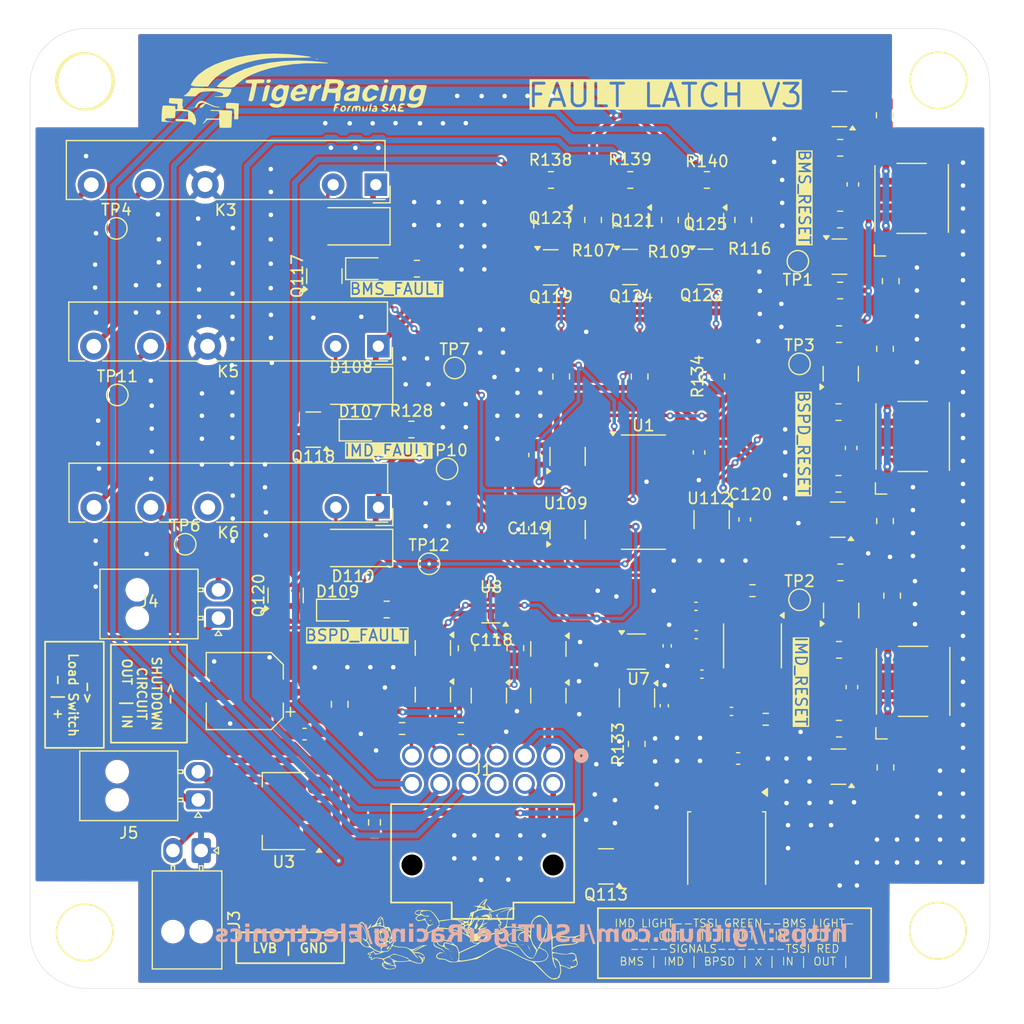
<source format=kicad_pcb>
(kicad_pcb (version 20241229) (generator "pcbnew") (generator_version "9.0")
  (layers (0 "F.Cu" signal) (2 "B.Cu" signal) (13 "F.Paste" user) (15 "B.Paste" user) (5 "F.SilkS" user "F.Silkscreen") (7 "B.SilkS" user "B.Silkscreen") (1 "F.Mask" user) (3 "B.Mask" user) (25 "Edge.Cuts" user))
  (net 0 "")
  (net 1 "Net-(Q101-C)")
  (net 2 "+12V")
  (net 3 "Net-(Q102-B)")
  (net 4 "Net-(Q103-C)")
  (net 5 "Net-(Q110-C)")
  (net 6 "Net-(Q111-B)")
  (net 7 "Net-(D104-A)")
  (net 8 "Net-(D102-A)")
  (net 9 "+5V")
  (net 10 "/NIMD_LV")
  (net 11 "GND")
  (net 12 "/NBPSD_LV")
  (net 13 "Net-(D107-A)")
  (net 14 "Net-(D108-A)")
  (net 15 "Net-(D109-A)")
  (net 16 "/NBMS_LV")
  (net 17 "Net-(Q101-B)")
  (net 18 "Net-(D109-K)")
  (net 19 "/IMD_SR")
  (net 20 "/NBMS_HV")
  (net 21 "Net-(Q104-B)")
  (net 22 "/NRESET_BMS")
  (net 23 "Net-(Q103-B)")
  (net 24 "/NRESET_IMD")
  (net 25 "Net-(D110-A)")
  (net 26 "/NRESET_BSPD")
  (net 27 "Net-(R101-Pad1)")
  (net 28 "Net-(K3-Pad11)")
  (net 29 "Net-(Q110-B)")
  (net 30 "Net-(U104-Pad4)")
  (net 31 "Net-(Q113-G)")
  (net 32 "Net-(R133-Pad2)")
  (net 33 "Net-(Q114-D)")
  (net 34 "/IMD_HV")
  (net 35 "/BSPD_HV")
  (net 36 "Net-(K5-Pad11)")
  (net 37 "Net-(R113-Pad1)")
  (net 38 "Net-(U118-CV)")
  (net 39 "/THRESH")
  (net 40 "/BMS_SR")
  (net 42 "/CLOCK")
  (net 44 "Net-(U112-Pad4)")
  (net 46 "Net-(Q105-D)")
  (net 49 "Net-(R122-Pad1)")
  (net 50 "Net-(U117-Pad4)")
  (net 51 "Net-(U1B-~{S})")
  (net 52 "/TSSI Green In")
  (net 53 "/IMD Light Out")
  (net 54 "/TSSI Green Out")
  (net 55 "/BMS Light In")
  (net 56 "/BMS Light Out")
  (net 57 "/IMD Light In")
  (net 58 "/Shutdown Circuit In")
  (net 59 "/Shutdown Circuit Out")
  (net 60 "Net-(Q112-G)")
  (net 62 "/TSSI Red Out")
  (net 63 "/LVB")
  (net 64 "/Load Switch -")
  (net 65 "/Load Switch +")
  (net 66 "Net-(Q119-G)")
  (net 67 "Net-(Q121-G)")
  (net 68 "Net-(Q122-G)")
  (footprint "TestPoint:TestPoint_Pad_D1.5mm" (layer "F.Cu") (at 104.622 91.772)
    (property "Reference" "TP12")
    (property "Value" "TestPoint_SR_BMS")
  )
  (footprint "Capacitor_SMD:C_0603_1608Metric_Pad1.08x0.95mm_HandSolder" (layer "F.Cu") (at 113.966 88.633 -90)
    (property "Reference" "C119")
    (property "Value" "100n")
  )
  (footprint "Resistor_SMD:R_0805_2012Metric_Pad1.20x1.40mm_HandSolder" (layer "F.Cu") (at 140.883 78.3395 180)
    (property "Reference" "R127" (hide yes))
    (property "Value" "100k")
  )
  (footprint "Resistor_SMD:R_0603_1608Metric" (layer "F.Cu") (at 107.4405 106.3611 180)
    (property "Reference" "R130" (hide yes))
    (property "Value" "270R" (hide yes))
  )
  (footprint "Resistor_SMD:R_0805_2012Metric_Pad1.20x1.40mm_HandSolder" (layer "F.Cu") (at 119.152 61.322 -90)
    (property "Reference" "R107")
    (property "Value" "1k")
  )
  (footprint "TestPoint:TestPoint_Pad_D1.5mm" (layer "F.Cu") (at 77.022 76.822)
    (property "Reference" "TP11")
    (property "Value" "TestPoint_IMD_Shutdown")
  )
  (footprint "LOGO" (layer "F.Cu") (at 84.432 51.37)
    (property "Reference" "G***" (hide yes))
    (property "Value" "LOGO" (hide yes))
  )
  (footprint "Resistor_SMD:R_0805_2012Metric_Pad1.20x1.40mm_HandSolder" (layer "F.Cu") (at 140.929 71.4365 180)
    (property "Reference" "R129" (hide yes))
    (property "Value" "1k")
  )
  (footprint "Resistor_SMD:R_0805_2012Metric_Pad1.20x1.40mm_HandSolder" (layer "F.Cu") (at 145.001 87.9915 90)
    (property "Reference" "R123" (hide yes))
    (property "Value" "10k")
  )
  (footprint "Package_TO_SOT_SMD:SOT-23-5" (layer "F.Cu") (at 110.0995 95.442 180)
    (property "Reference" "U8")
    (property "Value" "SN74AHC1G08DBVR")
  )
  (footprint "Capacitor_SMD:C_0402_1005Metric" (layer "F.Cu") (at 128.283 98.042 180)
    (property "Reference" "C107" (hide yes))
    (property "Value" "1u")
  )
  (footprint "Package_TO_SOT_SMD:SOT-23" (layer "F.Cu") (at 140.9615 64.5715)
    (property "Reference" "Q102" (hide yes))
    (property "Value" "Q_NPN_BEC" (hide yes))
  )
  (footprint "Resistor_SMD:R_0805_2012Metric_Pad1.20x1.40mm_HandSolder" (layer "F.Cu") (at 123.271 75.193 90)
    (property "Reference" "R126" (hide yes))
    (property "Value" "1k")
  )
  (footprint "TestPoint:TestPoint_Pad_D1.5mm" (layer "F.Cu") (at 137.282 64.982 180)
    (property "Reference" "TP1")
    (property "Value" "TestPoint_BMS" (hide yes))
  )
  (footprint "Package_TO_SOT_SMD:SOT-23" (layer "F.Cu") (at 129.152 61.3845 -90)
    (property "Reference" "Q125")
    (property "Value" "Q_NMOS_GSD")
  )
  (footprint "Package_TO_SOT_SMD:SOT-23" (layer "F.Cu") (at 104.9615 99.2266 -90)
    (property "Reference" "Q105" (hide yes))
    (property "Value" "Q_NMOS_GSD" (hide yes))
  )
  (footprint "LED_SMD:LED_0805_2012Metric_Pad1.15x1.40mm_HandSolder" (layer "F.Cu") (at 98.532 79.932)
    (property "Reference" "D107")
    (property "Value" "RED")
  )
  (footprint "Package_TO_SOT_SMD:TO-252-3_TabPin2" (layer "F.Cu") (at 130.977 117.046 -90)
    (property "Reference" "U2" (hide yes))
    (property "Value" "LM1117DT-5.0")
  )
  (footprint "Package_TO_SOT_SMD:SOT-23-5" (layer "F.Cu") (at 122.9815 99.5485)
    (property "Reference" "U117" (hide yes))
    (property "Value" "74AHC1G00" (hide yes))
  )
  (footprint "Capacitor_SMD:C_0402_1005Metric" (layer "F.Cu") (at 128.263 95.542 180)
    (property "Reference" "C108" (hide yes))
    (property "Value" "0.1u")
  )
  (footprint "Package_TO_SOT_SMD:SOT-23" (layer "F.Cu") (at 115.392 65.522)
    (property "Reference" "Q119")
    (property "Value" "Q_NMOS_GSD")
  )
  (footprint "Resistor_SMD:R_0603_1608Metric" (layer "F.Cu") (at 134.438 105.542)
    (property "Reference" "R132" (hide yes))
    (property "Value" "100k" (hide yes))
  )
  (footprint "Button_Switch_SMD:SW_SPST_Omron_B3FS-100xP" (layer "F.Cu") (at 147.49125 102.18325 90)
    (property "Reference" "SW102" (hide yes))
    (property "Value" "SW_Omron_B3FS" (hide yes))
  )
  (footprint "Capacitor_SMD:C_0402_1005Metric" (layer "F.Cu") (at 128.783 101.542 180)
    (property "Reference" "C109" (hide yes))
    (property "Value" ".01u")
  )
  (footprint "MountingHole:MountingHole_3.2mm_M3" (layer "F.Cu") (at 149.692 124.27)
    (property "Reference" "H101" (hide yes))
    (property "Value" "MountingHole" (hide yes))
  )
  (footprint "Package_SO:SOIC-16_3.9x9.9mm_P1.27mm" (layer "F.Cu") (at 123.606 85.428)
    (property "Reference" "U1")
    (property "Value" "74LS279")
  )
  (footprint "Button_Switch_SMD:SW_SPST_Omron_B3FS-100xP" (layer "F.Cu") (at 147.451 80.498 90)
    (property "Reference" "SW103" (hide yes))
    (property "Value" "SW_Omron_B3FS" (hide yes))
  )
  (footprint "Package_TO_SOT_SMD:SOT-23" (layer "F.Cu") (at 141.079 74.944 90)
    (property "Reference" "Q111" (hide yes))
    (property "Value" "Q_NPN_BEC" (hide yes))
  )
  (footprint "Connector_Molex:Molex_Nano-Fit_105313-xx02_1x02_P2.50mm_Horizontal" (layer "F.Cu") (at 85.972 96.582 180)
    (property "Reference" "J4")
    (property "Value" "1053131202")
  )
  (footprint "Package_TO_SOT_SMD:SOT-23" (layer "F.Cu") (at 129.0945 65.472)
    (property "Reference" "Q122")
    (property "Value" "Q_NMOS_GSD")
  )
  (footprint "LOGO" (layer "F.Cu") (at 107.298671 124.885844)
    (property "Reference" "G***" (hide yes))
    (property "Value" "LOGO" (hide yes))
  )
  (footprint "Capacitor_SMD:C_0603_1608Metric_Pad1.08x0.95mm_HandSolder" (layer "F.Cu") (at 131.992 109.011 180)
    (property "Reference" "C116" (hide yes))
    (property "Value" "100n")
  )
  (footprint "Diode_SMD:D_SMA" (layer "F.Cu") (at 97.6585 61.889 180)
    (property "Reference" "D104" (hide yes))
    (property "Value" "D_Schottky" (hide yes))
  )
  (footprint "Package_TO_SOT_SMD:SOT-23" (layer "F.Cu") (at 122.472 61.3845 -90)
    (property "Reference" "Q124")
    (property "Value" "Q_NMOS_GSD")
  )
  (footprint "TestPoint:TestPoint_Pad_D1.5mm" (layer "F.Cu") (at 76.932 62.072)
    (property "Reference" "TP4")
    (property "Value" "TestPoint_BMS_Shutdown" (hide yes))
  )
  (footprint "Package_TO_SOT_SMD:SOT-23-5" (layer "F.Cu") (at 123.0345 103.652 -90)
    (property "Reference" "U7")
    (property "Value" "SN74AHC1G08DBVR")
  )
  (footprint "Package_SO:SOIC-8_3.9x4.9mm_P1.27mm" (layer "F.Cu") (at 133.263 99.042 -90)
    (property "Reference" "U118" (hide yes))
    (property "Value" "LM555xM")
  )
  (footprint "Resistor_SMD:R_0603_1608Metric" (layer "F.Cu") (at 133.263 94.151)
    (property "Reference" "R131" (hide yes))
    (property "Value" "15k" (hide yes))
  )
  (footprint "Package_TO_SOT_SMD:SOT-23" (layer "F.Cu") (at 104.9615 103.3616 -90)
    (property "Reference" "Q106" (hide yes))
    (property "Value" "Q_NMOS_GSD" (hide yes))
  )
  (footprint "MountingHole:MountingHole_3.2mm_M3" (layer "F.Cu") (at 74.132 124.37)
    (property "Reference" "H102" (hide yes))
    (property "Value" "MountingHole" (hide yes))
  )
  (footprint "Resistor_SMD:R_0603_1608Metric" (layer "F.Cu") (at 99.792 114.672 90)
    (property "Reference" "R135" (hide yes))
    (property "Value" "510R")
  )
  (footprint "Resistor_SMD:R_0805_2012Metric_Pad1.20x1.40mm_HandSolder" (layer "F.Cu") (at 129.2295 57.782)
    (property "Reference" "R140")
    (property "Value" "10k")
  )
  (footprint "Package_TO_SOT_SMD:SOT-23" (layer "F.Cu") (at 141.11625 95.91225 90)
    (property "Reference" "Q104" (hide yes))
    (property "Value" "Q_NPN_BEC" (hide yes))
  )
  (footprint "Resistor_SMD:R_0805_2012Metric_Pad1.20x1.40mm_HandSolder" (layer "F.Cu") (at 112.2665 99.2351 90)
    (property "Reference" "R136" (hide yes))
    (property "Value" "10k")
  )
  (footprint "Package_TO_SOT_SMD:SOT-23" (layer "F.Cu") (at 109.9195 103.4401 -90)
    (property "Reference" "Q112" (hide yes))
    (property "Value" "Q_NMOS_GSD" (hide yes))
  )
  (footprint "Capacitor_SMD:C_0603_1608Metric_Pad1.08x0.95mm_HandSolder" (layer "F.Cu") (at 93.602 106.852)
    (property "Reference" "C115" (hide yes))
    (property "Value" "0.33u")
  )
  (footprint "Resistor_SMD:R_0805_2012Metric_Pad1.20x1.40mm_HandSolder" (layer "F.Cu") (at 141.0315 61.285 180)
    (property "Reference" "R110" (hide yes))
    (property "Value" "100k")
  )
  (footprint "Package_TO_SOT_SMD:SOT-23" (layer "F.Cu") (at 140.87475 109.73775 180)
    (property "Reference" "Q103" (hide yes))
    (property "Value" "Q_NPN_BEC" (hide yes))
  )
  (footprint "Resistor_SMD:R_0805_2012Metric_Pad1.20x1.40mm_HandSolder" (layer "F.Cu") (at 145.507 66.745 -90)
    (property "Reference" "R101" (hide yes))
    (property "Value" "100k")
  )
  (footprint "Capacitor_SMD:C_0402_1005Metric" (layer "F.Cu") (at 125.7095 99.0405 90)
    (property "Reference" "C110" (hide yes))
    (property "Value" "0.1u")
  )
  (footprint "Capacitor_SMD:C_0603_1608Metric_Pad1.08x0.95mm_HandSolder" (layer "F.Cu") (at 142.003 81.5145 90)
    (property "Reference" "C106" (hide yes))
    (property "Value" "10n")
  )
  (footprint "TestPoint:TestPoint_Pad_D1.5mm" (layer "F.Cu") (at 106.892 74.432)
    (property "Reference" "TP7")
    (property "Value" "TestPoint_SR_BMS" (hide yes))
  )
  (footprint "Resistor_SMD:R_0805_2012Metric_Pad1.20x1.40mm_HandSolder" (layer "F.Cu") (at 145.04125 109.80325 90)
    (property "Reference" "R114" (hide yes))
    (property "Value" "10k")
  )
  (footprint "TestPoint:TestPoint_Pad_D1.5mm" (layer "F.Cu") (at 137.432 74.072)
    (property "Reference" "TP3")
    (property "Value" "TestPoint_BSPD" (hide yes))
  )
  (footprint "Resistor_SMD:R_0805_2012Metric_Pad1.20x1.40mm_HandSolder" (layer "F.Cu") (at 116.328 75.187 90)
    (property "Reference" "R106" (hide yes))
    (property "Value" "1k")
  )
  (footprint "Capacitor_SMD:C_0603_1608Metric_Pad1.08x0.95mm_HandSolder" (layer "F.Cu") (at 142.06625 102.69175 90)
    (property "Reference" "C105" (hide yes))
    (property "Value" "10n")
  )
  (footprint "Package_TO_SOT_SMD:SOT-23-5" (layer "F.Cu") (at 116.891 82.262 90)
    (property "Reference" "U104" (hide yes))
    (property "Value" "74AHC1G00" (hide yes))
  )
  (footprint "Capacitor_SMD:C_0402_1005Metric" (layer "F.Cu") (at 110.102 98.182 90)
    (property "Reference" "C118")
    (property "Value" "0.1u")
  )
  (footprint "Package_TO_SOT_SMD:SOT-23" (layer "F.Cu") (at 115.4495 61.3845 -90)
    (property "Reference" "Q123")
    (property "Value" "Q_NMOS_GSD")
  )
  (footprint "Capacitor_SMD:C_0603_1608Metric_Pad1.08x0.95mm_HandSolder" (layer "F.Cu") (at 142.1515 58.173 -90)
    (property "Reference" "C101" (hide yes))
    (property "Value" "10n")
  )
  (footprint "Capacitor_SMD:C_0402_1005Metric" (layer "F.Cu") (at 131.407 104.845)
    (property "Reference" "C111" (hide yes))
    (property "Value" "22u" (hide yes))
  )
  (footprint "Package_TO_SOT_SMD:SOT-23" (layer "F.Cu") (at 94.3695 79.892 180)
    (property "Reference" "Q118")
    (property "Value" "Q_NMOS_GSD")
  )
  (footprint "Connector_Molex:Molex_Nano-Fit_105313-xx02_1x02_P2.50mm_Horizontal" (layer "F.Cu") (at 84.442 117.162 -90)
    (property "Reference" "J3")
    (property "Value" "1053131202")
  )
  (footprint "Package_TO_SOT_SMD:SOT-23-5" (layer "F.Cu") (at 116.896 88.743 90)
    (property "Reference" "U109")
    (property "Value" "74AHC1G00")
  )
  (footprint "Resistor_SMD:R_0805_2012Metric_Pad1.20x1.40mm_HandSolder" (layer "F.Cu") (at 141.0315 54.935 180)
    (property "Reference" "R108" (hide yes))
    (property "Value" "1k")
  )
  (footprint "LED_SMD:LED_0805_2012Metric_Pad1.15x1.40mm_HandSolder" (layer "F.Cu") (at 96.522 95.872)
    (property "Reference" "D109")
    (property "Value" "RED")
  )
  (footprint "Relay_THT:Relay_SPDT_Fujitsu_FTR-LYCA005x_FormC_Vertical" (layer "F.Cu") (at 100.1295 72.5045 180)
    (property "Reference" "K5")
    (property "Value" "Fujitsu_FTR-LYCA005x")
  )
  (footprint "TestPoint:TestPoint_Pad_D1.5mm" (layer "F.Cu") (at 106.222 83.372)
    (property "Reference" "TP10")
    (property "Value" "TestPoint_SR_BMS")
  )
  (footprint "Resistor_SMD:R_0805_2012Metric_Pad1.20x1.40mm_HandSolder" (layer "F.Cu") (at 103.545 65.6395)
    (property "Reference" "R117" (hide yes))
    (property "Value" "2k")
  )
  (footprint "Resistor_SMD:R_0805_2012Metric" (layer "F.Cu") (at 123.012 107.722 90)
    (property "Reference" "R133")
    (property "Value" "680")
  )
  (footprint "Capacitor_SMD:C_0805_2012Metric_Pad1.18x1.45mm_HandSolder" (layer "F.Cu") (at 96.712 104.212 -90)
    (property "Reference" "C114" (hide yes))
    (property "Value" "1u")
  )
  (footprint "Capacitor_SMD:C_0402_1005Metric" (layer "F.Cu") (at 125.45 104.3355 -90)
    (property "Reference" "C112" (hide yes))
    (property "Value" "0.1u")
  )
  (footprint "LOGO" (layer "F.Cu") (at 92.632 49.97)
    (property "Reference" "G***" (hide yes))
    (property "Value" "LOGO" (hide yes))
  )
  (footprint "Resistor_SMD:R_0805_2012Metric_Pad1.20x1.40mm_HandSolder" (layer "F.Cu") (at 145.001 72.733 90)
    (property "Reference" "R122" (hide yes))
    (property "Value" "100k")
  )
  (footprint "Package_TO_SOT_SMD:SOT-23" (layer "F.Cu") (at 122.4145 65.492)
    (property "Reference" "Q121")
    (property "Value" "Q_NMOS_GSD")
  )
  (footprint "Package_TO_SOT_SMD:SOT-23" (layer "F.Cu") (at 140.813 87.8645 180)
    (property "Reference" "Q110" (hide yes))
    (property "Value" "Q_NPN_BEC" (hide yes))
  )
  (footprint "Package_TO_SOT_SMD:SOT-23" (layer "F.Cu") (at 91.922 94.572 90)
    (property "Reference" "Q120")
    (property "Value" "Q_NMOS_GSD")
  )
  (footprint "Resistor_SMD:R_0805_2012Metric_Pad1.20x1.40mm_HandSolder" (layer "F.Cu") (at 144.975 52.0505 -90)
    (property "Reference" "R105" (hide yes))
    (property "Value" "10k")
  )
  (footprint "Resistor_SMD:R_0805_2012Metric_Pad1.20x1.40mm_HandSolder" (layer "F.Cu") (at 141.0315 67.571 180)
    (property "Reference" "R111" (hide yes))
    (property "Value" "1k")
  )
  (footprint "Resistor_SMD:R_0805_2012Metric_Pad1.20x1.40mm_HandSolder" (layer "F.Cu") (at 132.442 61.322 -90)
    (property "Reference" "R116")
    (property "Value" "1k")
  )
  (footprint "Package_TO_SOT_SMD:SOT-23" (layer "F.Cu") (at 140.9615 51.503 180)
    (property "Reference" "Q101" (hide yes))
    (property "Value" "Q_NPN_BEC" (hide yes))
  )
  (footprint "Capacitor_SMD:C_0603_1608Metric_Pad1.08x0.95mm_HandSolder" (layer "F.Cu") (at 132.576 87.8505 90)
    (property "Reference" "C120")
    (property "Value" "100n")
  )
  (footprint "TestPoint:TestPoint_Pad_D1.5mm" (layer "F.Cu") (at 83.032 90.042)
    (property "Reference" "TP6")
    (property "Value" "TestPoint_BSPD_Shutdown" (hide yes))
  )
  (footprint "Package_TO_SOT_SMD:SOT-223" (layer "F.Cu") (at 91.762 113.672 180)
    (property "Reference" "U3")
    (property "Value" "~")
  )
  (footprint "Resistor_SMD:R_0805_2012Metric_Pad1.20x1.40mm_HandSolder" (layer "F.Cu") (at 140.92325 99.38975 180)
    (property "Reference" "R119" (hide yes))
    (property "Value" "100k")
  )
  (footprint "Resistor_SMD:R_0805_2012Metric_Pad1.20x1.40mm_HandSolder" (layer "F.Cu") (at 141.05025 92.53175 180)
    (property "Reference" "R120" (hide yes))
    (property "Value" "1k")
  )
  (footprint "Diode_SMD:D_SMA" (layer "F.Cu") (at 97.8995 90.372 180)
    (property "Reference" "D110")
    (property "Value" "D_Schottky")
  )
  (footprint "Package_TO_SOT_SMD:SOT-23" (layer "F.Cu") (at 115.1875 99.3111 -90)
    (property "Reference" "Q114" (hide yes))
    (property "Value" "Q_NMOS_GSD" (hide yes))
  )
  (footprint "Package_TO_SOT_SMD:SOT-23" (layer "F.Cu") (at 95.352 66.2995 90)
    (property "Reference" "Q117")
    (property "Value" "Q_NMOS_GSD")
  )
  (footprint "Capacitor_SMD:C_0603_1608Metric_Pad1.08x0.95mm_HandSolder" (layer "F.Cu") (at 128.532 81.912 -90)
    (property "Reference" "C117" (hide yes))
    (property "Value" "100n")
  )
  (footprint "Resistor_SMD:R_0805_2012Metric_Pad1.20x1.40mm_HandSolder" (layer "F.Cu") (at 130.051 75.183 90)
    (property "Reference" "R134")
    (property "Value" "1k")
  )
  (footprint "Package_TO_SOT_SMD:SOT-23" (layer "F.Cu") (at 115.1875 103.4461 -90)
    (property "Reference" "Q115" (hide yes))
    (property "Value" "Q_NMOS_GSD" (hide yes))
  )
  (footprint "TestPoint:TestPoint_Pad_D1.5mm" (layer "F.Cu") (at 137.432 94.962)
    (property "Reference" "TP2")
    (property "Value" "TestPoint_IMD" (hide yes))
  )
  (footprint "Button_Switch_SMD:SW_SPST_Omron_B3FS-100xP" (layer "F.Cu") (at 147.36 59.4165 90)
    (property "Reference" "SW101" (hide yes))
    (property "Value" "SW_Omron_B3FS" (hide yes))
  )
  (footprint "MountingHole:MountingHole_3.2mm_M3" (layer "F.Cu") (at 149.732 48.97)
    (property "Reference" "H104" (hide yes))
    (property "Value" "MountingHole" (hide yes))
  )
  (footprint "Resistor_SMD:R_0805_2012Metric_Pad1.20x1.40mm_HandSolder" (layer "F.Cu") (at 140.883 84.6895 180)
    (property "Reference" "R124" (hide yes))
    (property "Value" "1k")
  )
  (footprint "Resistor_SMD:R_0805_2012Metric_Pad1.20x1.40mm_HandSolder" (layer "F.Cu") (at 107.9485 99.2491 90)
    (property "Reference" "R121" (hide yes))
    (property "Value" "10k")
  )
  (footprint "Capacitor_SMD:C_0603_1608Metric_Pad1.08x0.95mm_HandSolder" (layer "F.Cu") (at 113.97 82.135 -90)
    (property "Reference" "C102" (hide yes))
    (property "Value" "100n" (hide yes))
  )
  (footprint "Relay_THT:Relay_SPDT_Fujitsu_FTR-LYCA005x_FormC_Vertical" (layer "F.Cu") (at 100.1495 86.772 180)
    (property "Reference" "K6")
    (property "Value" "Fujitsu_FTR-LYCA005x")
  )
  (footprint "LED_SMD:LED_0805_2012Metric_Pad1.15x1.40mm_HandSolder" (layer "F.Cu") (at 99.1 65.6395)
    (property "Reference" "D102" (hide yes))
    (property "Value" "RED")
  )
  (footprint "Resistor_SMD:R_0805_2012Metric_Pad1.20x1.40mm_HandSolder" (layer "F.Cu") (at 103.062 79.882)
    (property "Reference" "R128")
    (property "Value" "2k")
  )
  (footprint "Package_TO_SOT_SMD:SOT-23" (layer "F.Cu") (at 120.292 118.57 180)
    (property "Reference" "Q113")
    (property "Value" "Q_NMOS_GSD" (hide yes))
  )
  (footprint "Relay_THT:Relay_SPDT_Fujitsu_FTR-LYCA005x_FormC_Vertical" (layer "F.Cu") (at 99.912 58.202 180)
    (property "Reference" "K3")
    (property "Value" "Fujitsu_FTR-LYCA005x")
  )
  (footprint "Package_TO_SOT_SMD:SOT-23-5" (layer "F.Cu") (at 129.646 87.8555 -90)
    (property "Reference" "U112")
    (property "Value" "74AHC1G00")
  )
  (footprint "Capacitor_SMD:CP_Elec_6.3x5.4" (layer "F.Cu") (at 88.305 103.041 180)
    (property "Reference" "C113" (hide yes))
    (property "Value" "47u")
  )
  (footprint "Resistor_SMD:R_0805_2012Metric_Pad1.20x1.40mm_HandSolder" (layer "F.Cu") (at 140.92325 106.37475 180)
    (property "Reference" "R115" (hide yes))
    (property "Value" "1k")
  )
  (footprint "Resistor_SMD:R_0805_2012Metric_Pad1.20x1.40mm_HandSolder" (layer "F.Cu") (at 122.442 57.782)
    (property "Reference" "R139")
    (property "Value" "10k")
  )
  (footprint "MountingHole:MountingHole_3.2mm_M3" (layer "F.Cu") (at 74.082 49.02)
    (property "Reference" "H103" (hide yes))
    (property "Value" "MountingHole" (hide yes))
  )
  (footprint "footprints:CONN_SD-105314-100_12_MOL" (layer "F.Cu") (at 115.6116 108.761902)
    (property "Reference" "J1")
    (property "Value" "1053141312")
  )
  (footprint "Resistor_SMD:R_0805_2012Metric_Pad1.20x1.40mm_HandSolder" (layer "F.Cu") (at 100.872 95.822)
    (property "Reference" "R137" (hide yes))
    (property "Value" "2k")
  )
  (footprint "Resistor_SMD:R_0805_2012Metric_Pad1.20x1.40mm_HandSolder" (layer "F.Cu") (at 125.952 61.322 -90)
    (property "Reference" "R109")
    (property "Value" "1k")
  )
  (footprint "Resistor_SMD:R_0805_2012Metric_Pad1.20x1.40mm_HandSolder" (layer "F.Cu") (at 115.4195 57.782)
    (property "Reference" "R138")
    (property "Value" "10k")
  )
  (footprint "Connector_Molex:Molex_Nano-Fit_105313-xx02_1x02_P2.50mm_Horizontal" (layer "F.Cu") (at 84.182 112.682 180)
    (property "Reference" "J5")
    (property "Value" "1053131202")
  )
  (footprint "Resistor_SMD:R_0805_2012Metric_Pad1.20x1.40mm_HandSolder" (layer "F.Cu") (at 145.632 94.595 90)
    (property "Reference" "R113" (hide yes))
    (property "Value" "100k")
  )
  (footprint "Diode_SMD:D_SMA" (layer "F.Cu") (at 97.9045 76.002 180)
    (property "Reference" "D108")
    (property "Value" "D_Schottky")
  )
  (footprint "Resistor_SMD:R_0603_1608Metric" (layer "F.Cu") (at 102.2335 106.3611)
    (property "Reference" "R112" (hide yes))
    (property "Value" "510R")
  )
  (gr_circle (center 149.682 124.27) (end 152.182 124.27) (stroke (width 0.1524)) (fill no) (layer "F.SilkS"))
  (gr_circle (center 74.222 49.072) (end 76.722 49.072) (stroke (width 0.1524)) (fill no) (layer "F.SilkS"))
  (gr_circle (center 149.732 48.97) (end 152.232 48.97) (stroke (width 0.1524)) (fill no) (layer "F.SilkS"))
  (gr_circle (center 74.132 124.42) (end 76.632 124.42) (stroke (width 0.1524)) (fill no) (layer "F.SilkS"))
  (gr_circle (center 74.082 49.02) (end 76.582 49.02) (stroke (width 0.1524)) (fill no) (layer "F.SilkS"))
  (gr_line (start 149.282 129.37) (end 74.282 129.37) (stroke (width 0.0381)) (layer "Edge.Cuts"))
  (gr_arc (start 149.282 44.37) (mid 152.817534 45.834466) (end 154.282 49.37) (stroke (width 0.0381)) (layer "Edge.Cuts"))
  (gr_line (start 154.282 124.37) (end 154.282 49.37) (stroke (width 0.0381)) (layer "Edge.Cuts"))
  (gr_line (start 74.282 44.37) (end 149.282 44.37) (stroke (width 0.0381)) (layer "Edge.Cuts"))
  (gr_arc (start 69.282 49.37) (mid 70.746466 45.834466) (end 74.282 44.37) (stroke (width 0.0381)) (layer "Edge.Cuts"))
  (gr_line (start 69.282 124.37) (end 69.282 49.37) (stroke (width 0.0381)) (layer "Edge.Cuts"))
  (gr_arc (start 154.282 124.37) (mid 152.817534 127.905534) (end 149.282 129.37) (stroke (width 0.0381)) (layer "Edge.Cuts"))
  (gr_arc (start 74.282 129.37) (mid 70.746466 127.905534) (end 69.282 124.37) (stroke (width 0.0381)) (layer "Edge.Cuts"))
  (gr_text "BSPD_RESET" (at 137.202 76.37 270) (layer "F.SilkS" knockout) (effects (font (size 1 1)) (justify left bottom)))
  (gr_text "IMD_RESET" (at 136.972 98.13 270) (layer "F.SilkS" knockout) (effects (font (size 1 1)) (justify left bottom)))
  (gr_text "BSPD_FAULT" (at 93.582 98.7 0) (layer "F.SilkS" knockout) (effects (font (size 1 1)) (justify left bottom)))
  (gr_text "FAULT LATCH V3\n" (at 113.222 51.472 0) (layer "F.SilkS" knockout) (effects (font (size 2 2) (thickness 0.25)) (justify left bottom)))
  (gr_text "BMS_RESET" (at 137.272 55.01 270) (layer "F.SilkS" knockout) (effects (font (size 1 1)) (justify left bottom)))
  (gr_text "IMD_FAULT" (at 97.032 82.33 0) (layer "F.SilkS" knockout) (effects (font (size 1 1)) (justify left bottom)))
  (gr_text "BMS_FAULT" (at 97.512 68.02 0) (layer "F.SilkS" knockout) (effects (font (size 1 1)) (justify left bottom)))
  (gr_text "https://github.com/LSUTigerRacing/Electronics" (at 85.632 125.51 0) (layer "B.SilkS") (effects (font (size 1.524 1.524) (thickness 0.3048) (bold yes)) (justify right bottom mirror)))
  (gr_text_box "    ->\nLoad Switch\n   - | +" (start 70.622 98.672) (end 75.822 108.072) (margins 1.0025 1.0025 1.0025 1.0025) (angle -90) (layer "F.SilkS") (effects (font (size 0.8128 0.8128) (thickness 0.1524) (bold yes)) (justify left top)) (border yes) (stroke (width 0.1524)))
  (gr_text_box "LVB | GND" (start 87.547 124.407) (end 97.097 127.142) (margins 1.0025 1.0025 1.0025 1.0025) (layer "F.SilkS") (effects (font (size 0.8128 0.8128) (thickness 0.1524) (bold yes)) (justify top)) (border yes) (stroke (width 0.1524)))
  (gr_text_box "IMD LIGHT--TSSI GREEN--BMS LIGHT-\nIN | OUT | IN | OUT | IN | OUT |\n----SIGNALS-------TSSI RED\nBMS | IMD | BPSD | X | IN | OUT |\n" (start 119.572 122.272) (end 143.772 128.472) (margins 1.0025 1.0025 1.0025 1.0025) (layer "F.SilkS") (effects (font (size 0.7 0.7) (thickness 0.08)) (justify top)) (border yes) (stroke (width 0.1524)))
  (gr_text_box "<-\nSHUTDOWN CIRCUIT\nOUT  | IN" (start 76.452 98.9345) (end 83.192 107.6095) (margins 1.0025 1.0025 1.0025 1.0025) (angle -90) (layer "F.SilkS") (effects (font (size 0.8128 0.8128) (thickness 0.1524) (bold yes)) (justify top)) (border yes) (stroke (width 0.1524)))
  (segment (start 142.1515 57.3105) (end 142.1515 57.055) (width 0.6) (layer "F.Cu") (net 1))
  (segment (start 142.1515 57.055) (end 140.0315 54.935) (width 0.6) (layer "F.Cu") (net 1))
  (segment (start 140.024 51.503) (end 140.024 54.9275) (width 0.6) (layer "F.Cu") (net 1))
  (segment (start 96.712 103.1745) (end 96.112 103.1745) (width 0.6) (layer "F.Cu") (net 2))
  (segment (start 132.442 56.492) (end 132.442 60.322) (width 0.5) (layer "F.Cu") (net 2))
  (segment (start 97.155 110.215) (end 95.332 108.392) (width 0.5) (layer "F.Cu") (net 2))
  (segment (start 121.222 52.072) (end 128.022 52.072) (width 0.5) (layer "F.Cu") (net 2))
  (segment (start 123.022 52.072) (end 125.952 55.002) (width 0.5) (layer "F.Cu") (net 2))
  (segment (start 99.8712 104.8238) (end 102.2088 104.8238) (width 0.5) (layer "F.Cu") (net 2))
  (segment (start 93.262 107.372) (end 93.2595 107.372) (width 0.5) (layer "F.Cu") (net 2))
  (segment (start 107.29 104.905) (end 107.29 105.6866) (width 0.5) (layer "F.Cu") (net 2))
  (segment (start 96.712 103.1745) (end 96.74 103.1465) (width 0.5) (layer "F.Cu") (net 2))
  (segment (start 119.152 54.142) (end 119.152 60.322) (width 0.5) (layer "F.Cu") (net 2))
  (segment (start 107.29 105.6866) (end 106.6155 106.3611) (width 0.5) (layer "F.Cu") (net 2))
  (segment (start 112.2665 100.2351) (end 107.9625 100.2351) (width 0.5) (layer "F.Cu") (net 2))
  (segment (start 97.155 115.497) (end 96.707 115.945) (width 0.6) (layer "F.Cu") (net 2))
  (segment (start 99.8712 104.8238) (end 101.4085 106.3611) (width 0.5) (layer "F.Cu") (net 2))
  (segment (start 128.022 52.072) (end 132.442 56.492) (width 0.5) (layer "F.Cu") (net 2))
  (segment (start 97.155 115.497) (end 97.155 110.215) (width 0.5) (layer "F.Cu") (net 2))
  (segment (start 96.112 103.1745) (end 96.084 103.1465) (width 0.6) (layer "F.Cu") (net 2))
  (segment (start 107.29 104.905) (end 107.29 100.9076) (width 0.5) (layer "F.Cu") (net 2))
  (segment (start 121.222 52.072) (end 119.152 54.142) (width 0.5) (layer "F.Cu") (net 2))
  (segment (start 91.105 106.1275) (end 91.105 103.041) (width 0.5) (layer "F.Cu") (net 2))
  (segment (start 95.332 108.392) (end 94.282 108.392) (width 0.5) (layer "F.Cu") (net 2))
  (segment (start 121.222 52.072) (end 123.022 52.072) (width 0.5) (layer "F.Cu") (net 2))
  (segment (start 92.7395 106.852) (end 91.8295 106.852) (width 0.5) (layer "F.Cu") (net 2))
  (segment (start 113.732 121.095) (end 114.632 121.995) (width 0.6) (layer "F.Cu") (net 2))
  (segment (start 96.74 103.1465) (end 98.1939 103.1465) (width 0.5) (layer "F.Cu") (net 2))
  (segment (start 91.8295 106.852) (end 91.105 106.1275) (width 0.5) (layer "F.Cu") (net 2))
  (segment (start 107.29 100.9076) (end 107.9485 100.2491) (width 0.5) (layer "F.Cu") (net 2))
  (segment (start 102.2088 104.8238) (end 102.29 104.905) (width 0.5) (layer "F.Cu") (net 2))
  (segment (start 93.2595 107.372) (end 92.7395 106.852) (width 0.5) (layer "F.Cu") (net 2))
  (segment (start 94.282 108.392) (end 93.262 107.372) (width 0.5) (layer "F.Cu") (net 2))
  (segment (start 99.792 115.497) (end 97.155 115.497) (width 0.6) (layer "F.Cu") (net 2))
  (segment (start 113.1116 111.261902) (end 113.732 111.882302) (width 0.6) (layer "F.Cu") (net 2))
  (segment (start 125.952 55.002) (end 125.952 60.322) (width 0.5) (layer "F.Cu") (net 2))
  (segment (start 98.1939 103.1465) (end 99.8712 104.8238) (width 0.5) (layer "F.Cu") (net 2))
  (segment (start 96.084 103.1465) (end 91.2105 103.1465) (width 0.6) (layer "F.Cu") (net 2))
  (segment (start 113.732 111.882302) (end 113.732 121.095) (width 0.6) (layer "F.Cu") (net 2))
  (via (at 107.29 104.905) (size 0.6) (drill 0.3) (layers "F.Cu" "B.Cu") (net 2))
  (via (at 96.622 118.072) (size 0.6) (drill 0.3) (layers "F.Cu" "B.Cu") (net 2))
  (via (at 121.222 52.072) (size 0.6) (drill 0.3) (layers "F.Cu" "B.Cu") (net 2))
  (via (at 102.29 104.905) (size 0.6) (drill 0.3) (layers "F.Cu" "B.Cu") (net 2))
  (segment (start 118.472 49.072) (end 85.872 49.072) (width 0.5) (layer "B.Cu") (net 2))
  (segment (start 77.147 57.797) (end 76.622 58.322) (width 0.5) (layer "B.Cu") (net 2))
  (segment (start 120.072 50.922) (end 120.072 50.672) (width 0.5) (layer "B.Cu") (net 2))
  (segment (start 85.872 49.072) (end 77.147 57.797) (width 0.5) (layer "B.Cu") (net 2))
  (segment (start 102.29 104.905) (end 107.29 104.905) (width 0.5) (layer "B.Cu") (net 2))
  (segment (start 121.222 52.072) (end 120.072 50.922) (width 0.5) (layer "B.Cu") (net 2))
  (segment (start 120.072 50.672) (end 118.472 49.072) (width 0.5) (layer "B.Cu") (net 2))
  (segment (start 76.622 58.322) (end 76.622 98.072) (width 0.5) (layer "B.Cu") (net 2))
  (segment (start 77.147 57.797) (end 76.972 57.972) (width 0.5) (layer "B.Cu") (net 2))
  (segment (start 76.622 98.072) (end 96.622 118.072) (width 0.5) (layer "B.Cu") (net 2))
  (segment (start 140.024 63.6215) (end 140.024 61.2925) (width 0.6) (layer "F.Cu") (net 3))
  (segment (start 140.0315 61.1555) (end 142.1515 59.0355) (width 0.6) (layer "F.Cu") (net 3))
  (segment (start 139.92325 106.37475) (end 142.06625 104.23175) (width 0.3) (layer "F.Cu") (net 4))
  (segment (start 139.93725 109.73775) (end 139.93725 106.38875) (width 0.3) (layer "F.Cu") (net 4))
  (segment (start 142.06625 104.23175) (end 142.06625 103.55425) (width 0.3) (layer "F.Cu") (net 4))
  (segment (start 139.8755 87.8645) (end 139.8755 84.697) (width 0.6) (layer "F.Cu") (net 5))
  (segment (start 139.883 84.497) (end 142.003 82.377) (width 0.6) (layer "F.Cu") (net 5))
  (segment (start 140.129 75.8815) (end 140.129 78.0935) (width 0.6) (layer "F.Cu") (net 6))
  (segment (start 142.003 80.4595) (end 139.883 78.3395) (width 0.6) (layer "F.Cu") (net 6))
  (segment (start 95.6585 58.6755) (end 96.132 58.202) (width 0.3) (layer "F.Cu") (net 7))
  (segment (start 95.6585 61.889) (end 95.6585 58.6755) (width 0.3) (layer "F.Cu") (net 7))
  (segment (start 95.352 65.362) (end 95.352 62.1955) (width 0.3) (layer "F.Cu") (net 7))
  (segment (start 95.352 62.1955) (end 95.6585 61.889) (width 0.3) (layer "F.Cu") (net 7))
  (segment (start 102.545 65.6395) (end 100.125 65.6395) (width 0.5) (layer "F.Cu") (net 8))
  (segment (start 130.977 112.006) (end 130.977 109.543) (width 0.6) (layer "F.Cu") (net 9))
  (segment (start 144.35225 103.45375) (end 147.01175 103.45375) (width 0.6) (layer "F.Cu") (net 9))
  (segment (start 126.301 77.263075) (end 126.301 76.171) (width 0.5) (layer "F.Cu") (net 9))
  (segment (start 111.722 85.5265) (end 111.722 83.5205) (width 0.5) (layer "F.Cu") (net 9))
  (segment (start 123.265 76.187) (end 123.271 76.193) (width 0.5) (layer "F.Cu") (net 9))
  (segment (start 99.6585 58.4555) (end 99.912 58.202) (width 0.5) (layer "F.Cu") (net 9))
  (segment (start 143.423 78.3395) (end 144.312 79.2285) (width 0.6) (layer "F.Cu") (net 9))
  (segment (start 127.89725 100.21525) (end 127.294 100.8185) (width 0.6) (layer "F.Cu") (net 9))
  (segment (start 141.92325 99.38975) (end 143.44725 100.91375) (width 0.6) (layer "F.Cu") (net 9))
  (segment (start 130.612 106.7875) (end 134.0175 106.7875) (width 0.6) (layer "F.Cu") (net 9))
  (segment (start 130.977 109.543) (end 130.977 109.1635) (width 0.6) (layer "F.Cu") (net 9))
  (segment (start 147.134 57.8925) (end 149.61 55.4165) (width 0.6) (layer "F.Cu") (net 9))
  (segment (start 141.883 78.3395) (end 143.423 78.3395) (width 0.6) (layer "F.Cu") (net 9))
  (segment (start 147.01075 100.91375) (end 149.74125 98.18325) (width 0.6) (layer "F.Cu") (net 9))
  (segment (start 100.1495 86.772) (end 100.1495 83.7945) (width 0.5) (layer "F.Cu") (net 9))
  (segment (start 99.9045 72.7295) (end 100.1295 72.5045) (width 0.5) (layer "F.Cu") (net 9))
  (segment (start 134.0175 106.7875) (end 135.263 105.542) (width 0.6) (layer "F.Cu") (net 9))
  (segment (start 126.2015 81.0925) (end 126.101 80.992) (width 0.6) (layer "F.Cu") (net 9))
  (segment (start 131.368 98.792) (end 130.468 99.692) (width 0.6) (layer "F.Cu") (net 9))
  (segment (start 131.011575 81.0495) (end 130.087425 81.0495) (width 0.5) (layer "F.Cu") (net 9))
  (segment (start 130.468 99.692) (end 129.868 99.692) (width 0.6) (layer "F.Cu") (net 9))
  (segment (start 124.842 74.627) (end 124.3715 75.0975) (width 0.6) (layer "F.Cu") (net 9))
  (segment (start 100.7945 61.889) (end 104.545 65.6395) (width 0.5) (layer "F.Cu") (net 9))
  (segment (start 99.6585 61.889) (end 99.6585 58.4555) (width 0.5) (layer "F.Cu") (net 9))
  (segment (start 125.424 104.7895) (end 125.45 104.8155) (width 0.3) (layer "F.Cu") (net 9))
  (segment (start 110.102 97.532) (end 108.962 96.392) (width 0.5) (layer "F.Cu") (net 9))
  (segment (start 143.55 60.1785) (end 146.372 60.1785) (width 0.6) (layer "F.Cu") (net 9))
  (segment (start 99.8995 90.372) (end 99.8995 87.022) (width 0.5) (layer "F.Cu") (net 9))
  (segment (start 125.948 104.8155) (end 125.45 104.8155) (width 0.5) (layer "F.Cu") (net 9))
  (segment (start 126.301 76.171) (end 128.144 76.171) (width 0.3) (layer "F.Cu") (net 9))
  (segment (start 100.1295 72.5045) (end 104.545 68.089) (width 0.5) (layer "F.Cu") (net 9))
  (segment (start 147.0985 81.8955) (end 149.701 84.498) (width 0.6) (layer "F.Cu") (net 9))
  (segment (start 132.576 88.713) (end 135.005 91.142) (width 0.5) (layer "F.Cu") (net 9))
  (segment (start 102.924 78.7125) (end 102.615 78.7125) (width 0.5) (layer "F.Cu") (net 9))
  (segment (start 115.941 87.6015) (end 114.1235 87.6015) (width 0.6) (layer "F.Cu") (net 9))
  (segment (start 132.081 74.119) (end 130.013 76.187) (width 0.6) (layer "F.Cu") (net 9))
  (segment (start 110.102 97.702) (end 110.102 97.532) (width 0.5) (layer "F.Cu") (net 9))
  (segment (start 129.868 99.692) (end 128.763 98.587) (width 0.6) (layer "F.Cu") (net 9))
  (segment (start 130.977 118.306) (end 139.336792 118.306) (width 0.5) (layer "F.Cu") (net 9))
  (segment (start 149.74125 106.18325) (end 149.74125 55.54775) (width 0.6) (layer "F.Cu") (net 9))
  (segment (start 128.514 81.0925) (end 126.2015 81.0925) (width 0.6) (layer "F.Cu") (net 9))
  (segment (start 140.6605 91.142) (end 142.05025 92.53175) (width 0.5) (layer "F.Cu") (net 9))
  (segment (start 142.0315 61.285) (end 143.138 60.1785) (width 0.6) (layer "F.Cu") (net 9))
  (segment (start 135.005 91.142) (end 135.005 84.185) (width 0.5) (layer "F.Cu") (net 9))
  (segment (start 115.793 81.2725) (end 115.941 81.1245) (width 0.5) (layer "F.Cu") (net 9))
  (segment (start 127.294 103.4695) (end 130.612 106.7875) (width 0.6) (layer "F.Cu") (net 9))
  (segment (start 142.0315 67.571) (end 143.513 67.571) (width 0.5) (layer "F.Cu") (net 9))
  (segment (start 131.358 96.567) (end 130.333 95.542) (width 0.6) (layer "F.Cu") (net 9))
  (segment (start 123.9845 104.7895) (end 125.424 104.7895) (width 0.3) (layer "F.Cu") (net 9))
  (segment (start 100.1495 83.7945) (end 104.062 79.882) (width 0.5) (layer "F.Cu") (net 9))
  (segment (start 141.92325 105.88275) (end 144.35225 103.45375) (width 0.6) (layer "F.Cu") (net 9))
  (segment (start 143.46325 100.89775) (end 143.44725 100.91375) (width 0.6) (layer "F.Cu") (net 9))
  (segment (start 130.612 107.04) (end 131.1295 107.5575) (width 0.5) (layer "F.Cu") (net 9))
  (segment (start 128.763 98.587) (end 128.763 98.042) (width 0.6) (layer "F.Cu") (net 9))
  (segment (start 130.087425 81.0495) (end 126.301 77.263075) (width 0.5) (layer "F.Cu") (net 9))
  (segment (start 144.3965 57.8925) (end 147.134 57.8925) (width 0.6) (layer "F.Cu") (net 9))
  (segment (start 139.336792 118.306) (end 149.74125 107.901542) (width 0.5) (layer "F.Cu") (net 9))
  (segment (start 131.358 98.782) (end 131.368 98.792) (width 0.6) (layer "F.Cu") (net 9))
  (segment (start 142.0315 55.5275) (end 144.3965 57.8925) (width 0.6) (layer "F.Cu") (net 9))
  (segment (start 128.4205 99.692) (end 127.89725 100.21525) (width 0.6) (layer "F.Cu") (net 9))
  (segment (start 144.677 81.8955) (end 147.0985 81.8955) (width 0.6) (layer "F.Cu") (net 9))
  (segment (start 143.513 67.571) (end 143.55 67.608) (width 0.5) (layer "F.Cu") (net 9))
  (segment (start 124.842 69.472) (end 124.842 74.627) (width 0.6) (layer "F.Cu") (net 9))
  (segment (start 143.44725 100.91375) (end 147.01075 100.91375) (width 0.6) (layer "F.Cu") (net 9))
  (segment (start 141.929 71.4365) (end 143.423 72.9305) (width 0.6) (layer "F.Cu") (net 9))
  (segment (start 132.081 69.472) (end 132.081 74.119) (width 0.6) (layer "F.Cu") (net 9))
  (segment (start 146.372 60.1785) (end 149.61 63.4165) (width 0.6) (layer "F.Cu") (net 9))
  (segment (start 132.303 88.9875) (end 132.578 88.7125) (width 0.5) (layer "F.Cu") (net 9))
  (segment (start 131.8695 81.0495) (end 131.011575 81.0495) (width 0.5) (layer "F.Cu") (net 9))
  (segment (start 99.6585 61.889) (end 100.7945 61.889) (width 0.5) (layer "F.Cu") (net 9))
  (segment (start 131.358 96.567) (end 131.358 98.782) (width 0.6) (layer "F.Cu") (net 9))
  (segment (start 111.722 83.5205) (end 113.97 81.2725) (width 0.5) (layer "F.Cu") (net 9))
  (segment (start 108.763 96.193) (end 108.962 96.392) (width 0.5) (layer "F.Cu") (net 9))
  (segment (start 142.0075 71.4365) (end 143.423 70.021) (width 0.5) (layer "F.Cu") (net 9))
  (segment (start 104.545 68.089) (end 104.545 65.6395) (width 0.5) (layer "F.Cu") (net 9))
  (segment (start 127.294 103.4695) (end 125.948 104.8155) (width 0.5) (layer "F.Cu") (net 9))
  (segment (start 135.168 101.517) (end 135.168 105.447) (width 0.6) (layer "F.Cu") (net 9))
  (segment (start 101.872 95.822) (end 101.872 92.3445) (width 0.5) (layer "F.Cu") (net 9))
  (segment (start 102.243 96.193) (end 108.763 96.193) (width 0.5) (layer "F.Cu") (net 9))
  (segment (start 116.328 76.187) (end 123.265 76.187) (width 0.5) (layer "F.Cu") (net 9))
  (segment (start 126.2805 98.5985) (end 127.89725 100.21525) (width 0.5) (layer "F.Cu") (net 9))
  (segment (start 130.977 112.006) (end 130.977 115.106) (width 0.6) (layer "F.Cu") (net 9))
  (segment (start 127.294 100.8185) (end 127.294 103.4695) (width 0.6) (layer "F.Cu") (net 9))
  (segment (start 135.005 91.142) (end 140.6605 91.142) (width 0.5) (layer "F.Cu") (net 9))
  (segment (start 143.423 72.9305) (end 143.423 78.3395) (width 0.6) (layer "F.Cu") (net 9))
  (segment (start 142.05025 92.53175) (end 143.46325 93.94475) (width 0.6) (layer "F.Cu") (net 9))
  (segment (start 131.011575 81.0495) (end 128.532 81.0495) (width 0.5) (layer "F.Cu") (net 9))
  (segment (start 130.333 95.542) (end 128.743 95.542) (width 0.6) (layer "F.Cu") (net 9))
  (segment (start 101.872 92.3445) (end 99.8995 90.372) (width 0.5) (layer "F.Cu") (net 9))
  (segment (start 100.1495 86.772) (end 99.8995 87.022) (width 0.5) (layer "F.Cu") (net 9))
  (segment (start 129.868 99.692) (end 128.4205 99.692) (width 0.6) (layer "F.Cu") (net 9))
  (segment (start 113.97 81.2725) (end 115.793 81.2725) (width 0.5) (layer "F.Cu") (net 9))
  (segment (start 124.842 69.472) (end 132.081 69.472) (width 0.6) (layer "F.Cu") (net 9))
  (segment (start 141.883 84.6895) (end 144.677 81.8955) (width 0.6) (layer "F.Cu") (net 9))
  (segment (start 128.144 76.171) (end 128.16 76.187) (width 0.3) (layer "F.Cu") (net 9))
  (segment (start 102.615 78.7125) (end 99.9045 76.002) (width 0.5) (layer "F.Cu") (net 9))
  (segment (start 101.872 95.822) (end 102.243 96.193) (width 0.5) (layer "F.Cu") (net 9))
  (segment (start 128.16 76.187) (end 130.049 76.187) (width 0.3) (layer "F.Cu") (net 9))
  (segment (start 131.1295 107.5575) (end 131.1295 109.011) (width 0.5) (layer "F.Cu") (net 9))
  (segment (start 130.607 88.9875) (end 132.303 88.9875) (width 0.5) (layer "F.Cu") (net 9))
  (segment (start 130.977 118.306) (end 130.977 112.006) (width 0.6) (layer "F.Cu") (net 9))
  (segment (start 99.9045 76.002) (end 99.9045 72.7295) (width 0.5) (layer "F.Cu") (net 9))
  (segment (start 149.74125 107.901542) (end 149.74125 106.18325) (width 0.5) (layer "F.Cu") (net 9))
  (segment (start 143.138 60.1785) (end 143.55 60.1785) (width 0.6) (layer "F.Cu") (net 9))
  (segment (start 102.924 78.7125) (end 104.075 79.8635) (width 0.5) (layer "F.Cu") (net 9))
  (segment (start 130.612 106.7875) (end 130.612 107.04) (width 0.5) (layer "F.Cu") (net 9))
  (segment (start 146.9705 79.2285) (end 149.701 76.498) (width 0.6) (layer "F.Cu") (net 9))
  (segment (start 124.119 98.5985) (end 126.2805 98.5985) (width 0.5) (layer "F.Cu") (net 9))
  (segment (start 105.928 69.472) (end 104.545 68.089) (width 0.5) (layer "F.Cu") (net 9))
  (segment (start 143.55 61.766) (end 143.55 60.1785) (width 0.5) (layer "F.Cu") (net 9))
  (segment (start 135.005 84.185) (end 131.8695 81.0495) (width 0.5) (layer "F.Cu") (net 9))
  (segment (start 143.46325 93.94475) (end 143.46325 100.89775) (width 0.6) (layer "F.Cu") (net 9))
  (segment (start 142.0315 54.935) (end 142.0315 55.5275) (width 0.6) (layer "F.Cu") (net 9))
  (segment (start 116.328 76.187) (end 115.941 76.574) (width 0.5) (layer "F.Cu") (net 9))
  (segment (start 113.966 87.7705) (end 111.722 85.5265) (width 0.5) (layer "F.Cu") (net 9))
  (segment (start 144.312 79.2285) (end 146.9705 79.2285) (width 0.6) (layer "F.Cu") (net 9))
  (segment (start 147.01175 103.45375) (end 149.74125 106.18325) (width 0.6) (layer "F.Cu") (net 9))
  (segment (start 124.3715 75.0975) (end 123.282 76.187) (width 0.6) (layer "F.Cu") (net 9))
  (segment (start 115.941 76.574) (end 115.941 81.1245) (width 0.5) (layer "F.Cu") (net 9))
  (segment (start 141.92325 106.37475) (end 141.92325 105.88275) (width 0.6) (layer "F.Cu") (net 9))
  (segment (start 124.842 69.472) (end 105.928 69.472) (width 0.5) (layer "F.Cu") (net 9))
  (via (at 143.55 61.766) (size 0.6) (drill 0.3) (layers "F.Cu" "B.Cu") (net 9))
  (via (at 143.55 67.608) (size 0.6) (drill 0.3) (layers "F.Cu" "B.Cu") (net 9))
  (via (at 143.423 70.021) (size 0.6) (drill 0.3) (layers "F.Cu" "B.Cu") (net 9))
  (segment (start 143.55 67.608) (end 143.55 61.766) (width 0.5) (layer "B.Cu") (net 9))
  (segment (start 143.55 69.894) (end 143.55 67.608) (width 0.5) (layer "B.Cu") (net 9))
  (segment (start 143.423 70.021) (end 143.55 69.894) (width 0.5) (layer "B.Cu") (net 9))
  (segment (start 122.794 74.187) (end 121.794 75.187) (width 0.3) (layer "F.Cu") (net 10))
  (segment (start 123.322 65.517) (end 123.337 65.502) (width 0.3) (layer "F.Cu") (net 10))
  (segment (start 123.322 68.172) (end 123.322 65.517) (width 0.3) (layer "F.Cu") (net 10))
  (segment (start 116.957 88.435322) (end 116.957 87.110322) (width 0.3) (layer "F.Cu") (net 10))
  (segment (start 123.287 71.895) (end 123.287 74.182) (width 0.3) (layer "F.Cu") (net 10))
  (segment (start 115.941 89.451322) (end 116.957 88.435322) (width 0.3) (layer "F.Cu") (net 10))
  (segment (start 117.995322 86.072) (end 121.151 86.072) (width 0.3) (layer "F.Cu") (net 10))
  (segment (start 122.672 86.072) (end 121.151 86.072) (width 0.3) (layer "F.Cu") (net 10))
  (segment (start 123.287 70.787) (end 123.292 70.782) (width 0.3) (layer "F.Cu") (net 10))
  (segment (start 123.287 71.895) (end 123.287 70.787) (width 0.3) (layer "F.Cu") (net 10))
  (segment (start 116.957 87.110322) (end 117.995322 86.072) (width 0.3) (layer "F.Cu") (net 10))
  (via (at 123.292 70.782) (size 0.6) (drill 0.3) (layers "F.Cu" "B.Cu") (net 10))
  (via (at 122.672 86.072) (size 0.6) (drill 0.3) (layers "F.Cu" "B.Cu") (net 10))
  (via (at 121.794 75.187) (size 0.6) (drill 0.3) (layers "F.Cu" "B.Cu") (net 10))
  (via (at 123.322 68.172) (size 0.6) (drill 0.3) (layers "F.Cu" "B.Cu") (net 10))
  (segment (start 122.692 78.042) (end 122.692 86.052) (width 0.3) (layer "B.Cu") (net 10))
  (segment (start 123.292 68.202) (end 123.322 68.172) (width 0.3) (layer "B.Cu") (net 10))
  (segment (start 122.692 86.052) (end 122.672 86.072) (width 0.3) (layer "B.Cu") (net 10))
  (segment (start 123.292 70.782) (end 123.292 68.202) (width 0.3) (layer "B.Cu") (net 10))
  (segment (start 121.794 77.144) (end 122.692 78.042) (width 0.3) (layer "B.Cu") (net 10))
  (segment (start 121.794 75.187) (end 121.794 77.144) (width 0.3) (layer "B.Cu") (net 10))
  (via (at 151.906 60.312) (size 0.9) (drill 0.4) (layers "F.Cu" "B.Cu") (net 11))
  (via (at 87.252 65.14) (size 0.9) (drill 0.4) (layers "F.Cu" "B.Cu") (net 11))
  (via (at 90.702 73.978) (size 0.9) (drill 0.4) (layers "F.Cu" "B.Cu") (net 11))
  (via (at 138.312 112.96) (size 0.9) (drill 0.4) (layers "F.Cu" "B.Cu") (net 11))
  (via (at 105.472 59.752) (size 0.9) (drill 0.4) (layers "F.Cu" "B.Cu") (net 11))
  (via (at 75.402 83.338) (size 0.9) (drill 0.4) (layers "F.Cu" "B.Cu") (net 11))
  (via (at 147.652 97.118) (size 0.9) (drill 0.4) (layers "F.Cu" "B.Cu") (net 11))
  (via (at 147.842 116.192) (size 0.9) (drill 0.4) (layers "F.Cu" "B.Cu") (net 11))
  (via (at 87.208 78.636) (size 0.9) (drill 0.4) (layers "F.Cu" "B.Cu") (net 11))
  (via (at 137.332 88.17) (size 0.9) (drill 0.4) (layers "F.Cu" "B.Cu") (net 11))
  (via (at 111.314 50.354) (size 0.9) (drill 0.4) (layers "F.Cu" "B.Cu") (net 11))
  (via (at 121.085 112.699) (size 0.9) (drill 0.4) (layers "F.Cu" "B.Cu") (net 11))
  (via (at 147.652 93.308) (size 0.9) (drill 0.4) (layers "F.Cu" "B.Cu") (net 11))
  (via (at 84.513 76.689) (size 0.9) (drill 0.4) (layers "F.Cu" "B.Cu") (net 11))
  (via (at 114.802 115.83) (size 0.9) (drill 0.4) (layers "F.Cu" "B.Cu") (net 11))
  (via (at 110.672 115.828) (size 0.9) (drill 0.4) (layers "F.Cu" "B.Cu") (net 11))
  (via (at 90.622 69.73) (size 0.9) (drill 0.4) (layers "F.Cu" "B.Cu") (net 11))
  (via (at 135.817 68.757) (size 0.9) (drill 0.4) (layers "F.Cu" "B.Cu") (net 11))
  (via (at 121.085 114.731) (size 0.9) (drill 0.4) (layers "F.Cu" "B.Cu") (net 11))
  (via (at 75.102 91.764) (size 0.9) (drill 0.4) (layers "F.Cu" "B.Cu") (net 11))
  (via (at 126.582 107.19) (size 0.9) (drill 0.4) (layers "F.Cu" "B.Cu") (net 11))
  (via (at 149.874 110.096) (size 0.9) (drill 0.4) (layers "F.Cu" "B.Cu") (net 11))
  (via (at 87.214 71.86) (size 0.9) (drill 0.4) (layers "F.Cu" "B.Cu") (net 11))
  (via (at 128.578 91.49) (size 0.9) (drill 0.4) (layers "F.Cu" "B.Cu") (net 11))
  (via (at 147.822 67.574) (size 0.9) (drill 0.4) (layers "F.Cu" "B.Cu") (net 11))
  (via (at 136.158 81.902) (size 0.9) (drill 0.4) (layers "F.Cu" "B.Cu") (net 11))
  (via (at 108.64 115.828) (size 0.9) (drill 0.4) (layers "F.Cu" "B.Cu") (net 11))
  (via (at 142.508 120.256) (size 0.9) (drill 0.4) (layers "F.Cu" "B.Cu") (net 11))
  (via (at 110.671 80.695) (size 0.9) (drill 0.4) (layers "F.Cu" "B.Cu") (net 11))
  (via (at 90.605 56.819) (size 0.9) (drill 0.4) (layers "F.Cu" "B.Cu") (net 11))
  (via (at 109.52 65.697) (size 0.9) (drill 0.4) (layers "F.Cu" "B.Cu") (net 11))
  (via (at 110.671 78.663) (size 0.9) (drill 0.4) (layers "F.Cu" "B.Cu") (net 11))
  (via (at 118.532 114.445) (size 0.9) (drill 0.4) (layers "F.Cu" "B.Cu") (net 11))
  (via (at 125.482 102.52) (size 0.9) (drill 0.4) (layers "F.Cu" "B.Cu") (net 11))
  (via (at 151.906 112.128) (size 0.9) (drill 0.4) (layers "F.Cu" "B.Cu") (net 11))
  (via (at 112.449 76.631) (size 0.9) (drill 0.4) (layers "F.Cu" "B.Cu") (net 11))
  (via (at 111.457 106.645) (size 0.9) (drill 0.4) (layers "F.Cu" "B.Cu") (net 11))
  (via (at 75.052 65.28) (size 0.9) (drill 0.4) (layers "F.Cu" "B.Cu") (net 11))
  (via (at 100.132 54.942) (size 0.9) (drill 0.4) (layers "F.Cu" "B.Cu") (net 11))
  (via (at 80.699 63.042) (size 0.9) (drill 0.4) (layers "F.Cu" "B.Cu") (net 11))
  (via (at 118.541 71.231) (size 0.9) (drill 0.4) (layers "F.Cu" "B.Cu") (net 11))
  (via (at 90.172 89.25) (size 0.9) (drill 0.4) (layers "F.Cu" "B.Cu") (net 11))
  (via (at 80.651 69.508) (size 0.9) (drill 0.4) (layers "F.Cu" "B.Cu") (net 11))
  (via (at 112.449 74.599) (size 0.9) (drill 0.4) (layers "F.Cu" "B.Cu") (net 11))
  (via (at 102.551 75.881) (size 0.9) (drill 0.4) (layers "F.Cu" "B.Cu") (net 11))
  (via (at 109.147 73.075) (size 0.9) (drill 0.4) (layers "F.Cu" "B.Cu") (net 11))
  (via (at 151.906 74.79) (size 0.9) (drill 0.4) (layers "F.Cu" "B.Cu") (net 11))
  (via (at 84.509 80.695) (size 0.9) (drill 0.4) (layers "F.Cu" "B.Cu") (net 11))
  (via (at 146.064 118.224) (size 0.9) (drill 0.4) (layers "F.Cu" "B.Cu") (net 11))
  (via (at 140.222 114.922) (size 0.9) (drill 0.4) (layers "F.Cu" "B.Cu") (net 11))
  (via (at 135.904 61.836) (size 0.9) (drill 0.4) (layers "F.Cu" "B.Cu") (net 11))
  (via (at 115.497 50.342) (size 0.9) (drill 0.4) (layers "F.Cu" "B.Cu") (net 11))
  (via (at 101.454 100.93) (size 0.9) (drill 0.4) (layers "F.Cu" "B.Cu") (net 11))
  (via (at 80.064 77.774) (size 0.9) (drill 0.4) (layers "F.Cu" "B.Cu") (net 11))
  (via (at 99.422 100.93) (size 0.9) (drill 0.4) (layers "F.Cu" "B.Cu") (net 11))
  (via (at 94.502 100.95) (size 0.9) (drill 0.4) (layers "F.Cu" "B.Cu") (net 11))
  (via (at 126.292 91.49) (size 0.9) (drill 0.4) (layers "F.Cu" "B.Cu") (net 11))
  (via (at 151.906 70.726) (size 0.9) (drill 0.4) (layers "F.Cu" "B.Cu") (net 11))
  (via (at 103.305 59.74) (size 0.9) (drill 0.4) (layers "F.Cu" "B.Cu") (net 11))
  (via (at 94.372 69.98) (size 0.9) (drill 0.4) (layers "F.Cu" "B.Cu") (net 11))
  (via (at 136.412 114.922) (size 0.9) (drill 0.4) (layers "F.Cu" "B.Cu") (net 11))
  (via (at 84.255 67.487) (size 0.9) (drill 0.4) (layers "F.Cu" "B.Cu") (net 11))
  (via (at 134.632 109.02) (size 0.9) (drill 0.4) (layers "F.Cu" "B.Cu") (net 11))
  (via (at 75.132 69.528) (size 0.9) (drill 0.4) (layers "F.Cu" "B.Cu") (net 11))
  (via (at 107.496 63.677) (size 0.9) (drill 0.4) (layers "F.Cu" "B.Cu") (net 11))
  (via (at 111.171 71.031) (size 0.9) (drill 0.4) (layers "F.Cu" "B.Cu") (net 11))
  (via (at 124.768 113.334) (size 0.9) (drill 0.4) (layers "F.Cu" "B.Cu") (net 11))
  (via (at 103.305 61.772) (size 0.9) (drill 0.4) (layers "F.Cu" "B.Cu") (net 11))
  (via (at 128.51 84.361) (size 0.9) (drill 0.4) (layers "F.Cu" "B.Cu") (net 11))
  (via (at 140.984 120.256) (size 0.9) (drill 0.4) (layers "F.Cu" "B.Cu") (net 11))
  (via (at 87.238 85.734) (size 0.9) (drill 0.4) (layers "F.Cu" "B.Cu") (net 11))
  (via (at 151.906 94.348) (size 0.9) (drill 0.4) (layers "F.Cu" "B.Cu") (net 11))
  (via (at 107.877 79.679) (size 0.9) (drill 0.4) (layers "F.Cu" "B.Cu") (net 11))
  (via (at 113.338 50.342) (size 0.9) (drill 0.4) (layers "F.Cu" "B.Cu") (net 11))
  (via (at 151.906 62.344) (size 0.9) (drill 0.4) (layers "F.Cu" "B.Cu") (net 11))
  (via (at 107.504 61.784) (size 0.9) (drill 0.4) (layers "F.Cu" "B.Cu") (net 11))
  (via (at 124.641 109.27) (size 0.9) (drill 0.4) (layers "F.Cu" "B.Cu") (net 11))
  (via (at 119.432 109.522) (size 0.9) (drill 0.4) (layers "F.Cu" "B.Cu") (net 11))
  (via (at 107.115 50.342) (size 0.9) (drill 0.4) (layers "F.Cu" "B.Cu") (net 11))
  (via (at 90.502 100.06) (size 0.9) (drill 0.4) (layers "F.Cu" "B.Cu") (net 11))
  (via (at 136.158 85.966) (size 0.9) (drill 0.4) (layers "F.Cu" "B.Cu") (net 11))
  (via (at 111.171 73.063) (size 0.9) (drill 0.4) (layers "F.Cu" "B.Cu") (net 11))
  (via (at 84.509 78.663) (size 0.9) (drill 0.4) (layers "F.Cu" "B.Cu") (net 11))
  (via (at 104.575 75.869) (size 0.9) (drill 0.4) (layers "F.Cu" "B.Cu") (net 11))
  (via (at 151.906 86.22) (size 0.9) (drill 0.4) (layers "F.Cu" "B.Cu") (net 11))
  (via (at 95.933 54.93) (size 0.9) (drill 0.4) (layers "F.Cu" "B.Cu") (net 11))
  (via (at 147.822 65.542) (size 0.9) (drill 0.4) (layers "F.Cu" "B.Cu") (net 11))
  (via (at 87.152 82.94) (size 0.9) (drill 0.4) (layers "F.Cu" "B.Cu") (net 11))
  (via (at 124.641 107.238) (size 0.9) (drill 0.4) (layers "F.Cu" "B.Cu") (net 11))
  (via (at 110.417 75.234) (size 0.9) (drill 0.4) (layers "F.Cu" "B.Cu") (net 11))
  (via (at 87.238 87.766) (size 0.9) (drill 0.4) (layers "F.Cu" "B.Cu") (net 11))
  (via (at 143.512 90.85) (size 0.9) (drill 0.4) (layers "F.Cu" "B.Cu") (net 11))
  (via (at 125.732 100.82) (size 0.9) (drill 0.4) (layers "F.Cu" "B.Cu") (net 11))
  (via (at 133.872 65.902) (size 0.9) (drill 0.4) (layers "F.Cu" "B.Cu") (net 11))
  (via (at 149.874 112.128) (size 0.9) (drill 0.4) (layers "F.Cu" "B.Cu") (net 11))
  (via (at 147.472 87.02) (size 0.9) (drill 0.4) (layers "F.Cu" "B.Cu") (net 11))
  (via (at 109.52 63.665) (size 0.9) (drill 0.4) (layers "F.Cu" "B.Cu") (net 11))
  (via (at 104.321 88.442) (size 0.9) (drill 0.4) (layers "F.Cu" "B.Cu") (net 11))
  (via (at 79.984 75.558) (size 0.9) (drill 0.4) (layers "F.Cu" "B.Cu") (net 11))
  (via (at 135.892 57.78) (size 0.9) (drill 0.4) (layers "F.Cu" "B.Cu") (net 11))
  (via (at 151.906 114.16) (size 0.9) (drill 0.4) (layers "F.Cu" "B.Cu") (net 11))
  (via (at 119.302 112.192) (size 0.9) (drill 0.4) (layers "F.Cu" "B.Cu") (net 11))
  (via (at 151.906 82.664) (size 0.9) (drill 0.4) (layers "F.Cu" "B.Cu") (net 11))
  (via (at 106.353 88.442) (size 0.9) (drill 0.4) (layers "F.Cu" "B.Cu") (net 11))
  (via (at 90.605 63.042) (size 0.9) (drill 0.4) (layers "F.Cu" "B.Cu") (net 11))
  (via (at 112.704 115.828) (size 0.9) (drill 0.4) (layers "F.Cu" "B.Cu") (net 11))
  (via (at 119.422 100.71) (size 0.9) (drill 0.4) (layers "F.Cu" "B.Cu") (net 11))
  (via (at 151.906 88.252) (size 0.9) (drill 0.4) (layers "F.Cu" "B.Cu") (net 11))
  (via (at 80.016 84.24) (size 0.9) (drill 0.4) (layers "F.Cu" "B.Cu") (net 11))
  (via (at 104.321 86.41) (size 0.9) (drill 0.4) (layers "F.Cu" "B.Cu") (net 11))
  (via (at 114.481 78.663) (size 0.9) (drill 0.4) (layers "F.Cu" "B.Cu") (net 11))
  (via (at 151.906 104.254) (size 0.9) (drill 0.4) (layers "F.Cu" "B.Cu") (net 11))
  (via (at 125.882 97.17) (size 0.9) (drill 0.4) (layers "F.Cu" "B.Cu") (net 11))
  (via (at 99.932 108.3) (size 0.9) (drill 0.4) (layers "F.Cu" "B.Cu") (net 11))
  (via (at 126.582 109.222) (size 0.9) (drill 0.4) (layers "F.Cu" "B.Cu") (net 11))
  (via (at 132.642 91.49) (size 0.9) (drill 0.4) (layers "F.Cu" "B.Cu") (net 11))
  (via (at 138.314 111.043) (size 0.9) (drill 0.4) (layers "F.Cu" "B.Cu") (net 11))
  (via (at 80.699 65.074) (size 0.9) (drill 0.4) (layers "F.Cu" "B.Cu") (net 11))
  (via (at 121.212 94.665) (size 0.9) (drill 0.4) (layers "F.Cu" "B.Cu") (net 11))
  (via (at 151.906 118.224) (size 0.9) (drill 0.4) (layers "F.Cu" "B.Cu") (net 11))
  (via (at 137.522 106.66) (size 0.9) (drill 0.4) (layers "F.Cu" "B.Cu") (net 11))
  (via (at 151.906 84.696) (size 0.9) (drill 0.4) (layers "F.Cu" "B.Cu") (net 11))
  (via (at 151.906 56.248) (size 0.9) (drill 0.4) (layers "F.Cu" "B.Cu") (net 11))
  (via (at 144.286 118.224) (size 0.9) (drill 0.4) (layers "F.Cu" "B.Cu") (net 11))
  (via (at 107.496 65.709) (size 0.9) (drill 0.4) (layers "F.Cu" "B.Cu") (net 11))
  (via (at 114.473 74.587) (size 0.9) (drill 0.4) (layers "F.Cu" "B.Cu") (net 11))
  (via (at 147.822 69.86) (size 0.9) (drill 0.4) (layers "F.Cu" "B.Cu") (net 11))
  (via (at 110.672 117.86) (size 0.9) (drill 0.4) (layers "F.Cu" "B.Cu") (net 11))
  (via (at 78.667 69.519) (size 0.9) (drill 0.4) (layers "F.Cu" "B.Cu") (net 11))
  (via (at 133.912 67.614) (size 0.9) (drill 0.4) (layers "F.Cu" "B.Cu") (net 11))
  (via (at 147.652 95.34) (size 0.9) (drill 0.4) (layers "F.Cu" "B.Cu") (net 11))
  (via (at 124.514 94.157) (size 0.9) (drill 0.4) (layers "F.Cu" "B.Cu") (net 11))
  (via (at 90.622 71.762) (size 0.9) (drill 0.4) (layers "F.Cu" "B.Cu") (net 11))
  (via (at 147.842 118.224) (size 0.9) (drill 0.4) (layers "F.Cu" "B.Cu") (net 11))
  (via (at 90.617 58.843) (size 0.9) (drill 0.4) (layers "F.Cu" "B.Cu") (net 11))
  (via (at 75.132 62.5) (size 0.9) (drill 0.4) (layers "F.Cu" "B.Cu") (net 11))
  (via (at 151.906 90.284) (size 0.9) (drill 0.4) (layers "F.Cu" "B.Cu") (net 11))
  (via (at 109.528 59.74) (size 0.9) (drill 0.4) (layers "F.Cu" "B.Cu") (net 11))
  (via (at 90.092 82.97) (size 0.9) (drill 0.4) (layers "F.Cu" "B.Cu") (net 11))
  (via (at 147.822 73.924) (size 0.9) (drill 0.4) (layers "F.Cu" "B.Cu") (net 11))
  (via (at 87.204 80.61) (size 0.9) (drill 0.4) (layers "F.Cu" "B.Cu") (net 11))
  (via (at 98.582 106.83) (size 0.9) (drill 0.4) (layers "F.Cu" "B.Cu") (net 11))
  (via (at 151.906 64.376) (size 0.9) (drill 0.4) (layers "F.Cu" "B.Cu") (net 11))
  (via (at 121.466 107.492) (size 0.9) (drill 0.4) (layers "F.Cu" "B.Cu") (net 11))
  (via (at 104.448 73.583) (size 0.9) (drill 0.4) (layers "F.Cu" "B.Cu") (net 11))
  (via (at 142.508 118.224) (size 0.9) (drill 0.4) (layers "F.Cu" "B.Cu") (net 11))
  (via (at 149.874 114.16) (size 0.9) (drill 0.4) (layers "F.Cu" "B.Cu") (net 11))
  (via (at 90.172 87.218) (size 0.9) (drill 0.4) (layers "F.Cu" "B.Cu") (net 11))
  (via (at 84.509 82.981) (size 0.9) (drill 0.4) (layers "F.Cu" "B.Cu") (net 11))
  (via (at 87.162 74.19) (size 0.9) (drill 0.4) (layers "F.Cu" "B.Cu") (net 11))
  (via (at 128.614 107.19) (size 0.9) (drill 0.4) (layers "F.Cu" "B.Cu") (net 11))
  (via (at 105.845 79.679) (size 0.9) (drill 0.4) (layers "F.Cu" "B.Cu") (net 11))
  (via (at 118.002 98.7) (size 0.9) (drill 0.4) (layers "F.Cu" "B.Cu") (net 11))
  (via (at 147.472 89.052) (size 0.9) (drill 0.4) (layers "F.Cu" "B.Cu") (net 11))
  (via (at 90.605 67.36) (size 0.9) (drill 0.4) (layers "F.Cu" "B.Cu") (net 11))
  (via (at 105.845 77.647) (size 0.9) (drill 0.4) (layers "F.Cu" "B.Cu") (net 11))
  (via (at 75.322 81.122) (size 0.9) (drill 0.4) (layers "F.Cu" "B.Cu") (net 11))
  (via (at 109.232 119.772) (size 0.9) (drill 0.4) (layers "F.Cu" "B.Cu") (net 11))
  (via (at 80.619 60.826) (size 0.9) (drill 0.4) (layers "F.Cu" "B.Cu") (net 11))
  (via (at 119.561 94.157) (size 0.9) (drill 0.4) (layers "F.Cu" "B.Cu") (net 11))
  (via (at 136.282 111.043) (size 0.9) (drill 0.4) (layers "F.Cu" "B.Cu") (net 11))
  (via (at 151.906 78.6) (size 0.9) (drill 0.4) (layers "F.Cu" "B.Cu") (net 11))
  (via (at 97.39 100.93) (size 0.9) (drill 0.4) (layers "F.Cu" "B.Cu") (net 11))
  (via (at 84.255 65.455) (size 0.9) (drill 0.4) (layers "F.Cu" "B.Cu") (net 11))
  (via (at 144.286 116.192) (size 0.9) (drill 0.4) (layers "F.Cu" "B.Cu") (net 11))
  (via (at 99.63 52.767) (size 0.9) (drill 0.4) (layers "F.Cu" "B.Cu") (net 11))
  (via (at 146.064 116.192) (size 0.9) (drill 0.4) (layers "F.Cu" "B.Cu") (net 11))
  (via (at 151.906 116.192) (size 0.9) (drill 0.4) (layers "F.Cu" "B.Cu") (net 11))
  (via (at 112.449 78.663) (size 0.9) (drill 0.4) (layers "F.Cu" "B.Cu") (net 11))
  (via (at 151.906 102.222) (size 0.9) (drill 0.4) (layers "F.Cu" "B.Cu") (net 11))
  (via (at 135.182 54.152) (size 0.9) (drill 0.4) (layers "F.Cu" "B.Cu") (net 11))
  (via (at 138.314 109.011) (size 0.9) (drill 0.4) (layers "F.Cu" "B.Cu") (net 11))
  (via (at 98.62 69.9) (size 0.9) (drill 0.4) (layers "F.Cu" "B.Cu") (net 11))
  (via (at 109.147 71.043) (size 0.9) (drill 0.4) (layers "F.Cu" "B.Cu") (net 11))
  (via (at 103.821 52.767) (size 0.9) (drill 0.4) (layers "F.Cu" "B.Cu") (net 11))
  (via (at 107.869 77.635) (size 0.9) (drill 0.4) (layers "F.Cu" "B.Cu") (net 11))
  (via (at 79.612 90.902) (size 0.9) (drill 0.4) (layers "F.Cu" "B.Cu") (net 11))
  (via (at 121.466 109.524) (size 0.9) (drill 0.4) (layers "F.Cu" "B.Cu") (net 11))
  (via (at 106.862 117.86) (size 0.9) (drill 0.4) (layers "F.Cu" "B.Cu") (net 11))
  (via (at 135.892 59.812) (size 0.9) (drill 0.4) (layers "F.Cu" "B.Cu") (net 11))
  (via (at 74.252 55.67) (size 0.9) (drill 0.4) (layers "F.Cu" "B.Cu") (net 11))
  (via (at 107.504 59.752) (size 0.9) (drill 0.4) (layers "F.Cu" "B.Cu") (net 11))
  (via (at 136.158 79.87) (size 0.9) (drill 0.4) (layers "F.Cu" "B.Cu") (net 11))
  (via (at 75.322 79.09) (size 0.9) (drill 0.4) (layers "F.Cu" "B.Cu") (net 11))
  (via (at 124.768 111.302) (size 0.9) (drill 0.4) (layers "F.Cu" "B.Cu") (net 11))
  (via (at 151.906 72.758) (size 0.9) (drill 0.4) (layers "F.Cu" "B.Cu") (net 11))
  (via (at 151.906 58.28) (size 0.9) (drill 0.4) (layers "F.Cu" "B.Cu") (net 11))
  (via (at 130.61 91.49) (size 0.9) (drill 0.4) (layers "F.Cu" "B.Cu") (net 11))
  (via (at 136.412 116.954) (size 0.9) (drill 0.4) (layers "F.Cu" "B.Cu") (net 11))
  (via (at 97.598 52.767) (size 0.9) (drill 0.4) (layers "F.Cu" "B.Cu") (net 11))
  (via (at 87.234 89.74) (size 0.9) (drill 0.4) (layers "F.Cu" "B.Cu") (net 11))
  (via (at 123.879 84.505) (size 0.9) (drill 0.4) (layers "F.Cu" "B.Cu") (net 11))
  (via (at 117.922 105.092) (size 0.9) (drill 0.4) (layers "F.Cu" "B.Cu") (net 11))
  (via (at 151.906 68.694) (size 0.9) (drill 0.4) (layers "F.Cu" "B.Cu") (net 11))
  (via (at 106.862 115.828) (size 0.9) (drill 0.4) (layers "F.Cu" "B.Cu") (net 11))
  (via (at 87.208 76.604) (size 0.9) (drill 0.4) (layers "F.Cu" "B.Cu") (net 11))
  (via (at 147.472 84.988) (size 0.9) (drill 0.4) (layers "F.Cu" "B.Cu") (net 11))
  (via (at 75.052 67.312) (size 0.9) (drill 0.4) (layers "F.Cu" "B.Cu") (net 11))
  (via (at 87.012 105.918) (size 0.9) (drill 0.4) (layers "F.Cu" "B.Cu") (net 11))
  (via (at 151.906 92.316) (size 0.9) (drill 0.4) (layers "F.Cu" "B.Cu") (net 11))
  (via (at 78.667 67.106) (size 0.9) (drill 0.4) (layers "F.Cu" "B.Cu") (net 11))
  (via (at 106.353 86.41) (size 0.9) (drill 0.4) (layers "F.Cu" "B.Cu") (net 11))
  (via (at 136.282 109.011) (size 0.9) (drill 0.4) (layers "F.Cu" "B.Cu") (net 11))
  (via (at 85.592 100.42) (size 0.9) (drill 0.4) (layers "F.Cu" "B.Cu") (net 11))
  (via (at 147.842 114.16) (size 0.9) (drill 0.4) (layers "F.Cu" "B.Cu") (net 11))
  (via (at 87.218 67.854) (size 0.9) (drill 0.4) (layers "F.Cu" "B.Cu") (net 11))
  (via (at 75.102 93.796) (size 0.9) (drill 0.4) (layers "F.Cu" "B.Cu") (net 11))
  (via (at 84.255 69.9) (size 0.9) (drill 0.4) (layers "F.Cu" "B.Cu") (net 11))
  (via (at 136.28 112.96) (size 0.9) (drill 0.4) (layers "F.Cu" "B.Cu") (net 11))
  (via (at 112.704 117.86) (size 0.9) (drill 0.4) (layers "F.Cu" "B.Cu") (net 11))
  (via (at 111.642 119.742) (size 0.9) (drill 0.4) (layers "F.Cu" "B.Cu") (net 11))
  (via (at 140.222 112.89) (size 0.9) (drill 0.4) (layers "F.Cu" "B.Cu") (net 11))
  (via (at 90.092 85.002) (size 0.9) (drill 0.4) (layers "F.Cu" "B.Cu") (net 11))
  (via (at 90.617 60.875) (size 0.9) (drill 0.4) (layers "F.Cu" "B.Cu") (net 11))
  (via (at 151.906 80.632) (size 0.9) (drill 0.4) (layers "F.Cu" "B.Cu") (net 11))
  (via (at 147.822 71.892) (size 0.9) (drill 0.4) (layers "F.Cu" "B.Cu") (net 11))
  (via (at 98.1 54.942) (size 0.9) (drill 0.4) (layers "F.Cu" "B.Cu") (net 11))
  (via (at 138.444 114.922) (size 0.9) (drill 0.4) (layers "F.Cu" "B.Cu") (net 11))
  (via (at 133.785 72.059) (size 0.9) (drill 0.4) (layers "F.Cu" "B.Cu") (net 11))
  (via (at 149.874 118.224) (size 0.9) (drill 0.4) (layers "F.Cu" "B.Cu") (net 11))
  (via (at 80.064 81.838) (size 0.9) (drill 0.4) (layers "F.Cu" "B.Cu") (net 11))
  (via (at 95.431 52.755) (size 0.9) (drill 0.4) (layers "F.Cu" "B.Cu") (net 11))
  (via (at 128.614 109.222) (size 0.9) (drill 0.4) (layers "F.Cu" "B.Cu") (net 11))
  (via (at 151.906 100.19) (size 0.9) (drill 0.4) (layers "F.Cu" "B.Cu") (net 11))
  (via (at 108.64 117.86) (size 0.9) (drill 0.4) (layers "F.Cu" "B.Cu") (net 11))
  (via (at 117.902 102.17) (size 0.9) (drill 0.4) (layers "F.Cu" "B.Cu") (net 11))
  (via (at 142.254 112.89) (size 0.9) (drill 0.4) (layers "F.Cu" "B.Cu") (net 11))
  (via (at 80.064 79.806) (size 0.9) (drill 0.4) (layers "F.Cu" "B.Cu") (net 11))
  (via (at 107.877 52.755) (size 0.9) (drill 0.4) (layers "F.Cu" "B.Cu") (net 11))
  (via (at 101.654 52.755) (size 0.9) (drill 0.4) (layers "F.Cu" "B.Cu") (net 11))
  (via (at 151.906 106.032) (size 0.9) (drill 0.4) (layers "F.Cu" "B.Cu") (net 11))
  (via (at 75.102 89.732) (size 0.9) (drill 0.4) (layers "F.Cu" "B.Cu") (net 11))
  (via (at 105.472 61.784) (size 0.9) (drill 0.4) (layers "F.Cu" "B.Cu") (net 11))
  (via (at 112.402 104.822) (size 0.9) (drill 0.4) (layers "F.Cu" "B.Cu") (net 11))
  (via (at 147.472 91.084) (size 0.9) (drill 0.4) (layers "F.Cu" "B.Cu") (net 11))
  (via (at 112.536 88.731) (size 0.8) (drill 0.4) (layers "F.Cu" "B.Cu") (net 11))
  (via (at 87.218 69.886) (size 0.9) (drill 0.4) (layers "F.Cu" "B.Cu") (net 11))
  (via (at 151.906 96.126) (size 0.9) (drill 0.4) (layers "F.Cu" "B.Cu") (net 11))
  (via (at 151.906 76.568) (size 0.9) (drill 0.4) (layers "F.Cu" "B.Cu") (net 11))
  (via (at 133.912 69.646) (size 0.9) (drill 0.4) (layers "F.Cu" "B.Cu") (net 11))
  (via (at 105.853 52.767) (size 0.9) (drill 0.4) (layers "F.Cu" "B.Cu") (net 11))
  (via (at 114.473 76.619) (size 0.9) (drill 0.4) (layers "F.Cu" "B.Cu") (net 11))
  (via (at 109.528 61.772) (size 0.9) (drill 0.4) (layers "F.Cu" "B.Cu") (net 11))
  (via (at 135.817 70.789) (size 0.9) (drill 0.4) (layers "F.Cu" "B.Cu") (net 11))
  (via (at 149.874 116.192) (size 0.9) (drill 0.4) (layers "F.Cu" "B.Cu") (net 11))
  (via (at 151.906 98.158) (size 0.9) (drill 0.4) (layers "F.Cu" "B.Cu") (net 11))
  (via (at 84.255 63.423) (size 0.9) (drill 0.4) (layers "F.Cu" "B.Cu") (net 11))
  (via (at 90.605 65.201) (size 0.9) (drill 0.4) (layers "F.Cu" "B.Cu") (net 11))
  (via (at 87.252 62.04) (size 0.9) (drill 0.4) (layers "F.Cu" "B.Cu") (net 11))
  (via (at 151.906 110.096) (size 0.9) (drill 0.4) (layers "F.Cu" "B.Cu") (net 11))
  (via (at 80.699 67.106) (size 0.9) (drill 0.4) (layers "F.Cu" "B.Cu") (net 11))
  (via (at 102.424 73.595) (size 0.9) (drill 0.4) (layers "F.Cu" "B.Cu") (net 11))
  (via (at 151.906 108.064) (size 0.9) (drill 0.4) (layers "F.Cu" "B.Cu") (net 11))
  (via (at 84.175 61.207) (size 0.9) (drill 0.4) (layers "F.Cu" "B.Cu") (net 11))
  (via (at 109.282 50.354) (size 0.9) (drill 0.4) (layers "F.Cu" "B.Cu") (net 11))
  (via (at 151.906 66.662) (size 0.9) (drill 0.4) (layers "F.Cu" "B.Cu") (net 11))
  (via (at 135.182 56.184) (size 0.9) (drill 0.4) (layers "F.Cu" "B.Cu") (net 11))
  (via (at 145.442 91.16) (size 0.9) (drill 0.4) (layers "F.Cu" "B.Cu") (net 11))
  (via (at 136.158 83.934) (size 0.9) (drill 0.4) (layers "F.Cu" "B.Cu") (net 11))
  (via (at 100.712 102.73) (size 0.9) (drill 0.4) (layers "F.Cu" "B.Cu") (net 11))
  (segment (start 130.032 65.472) (end 130.032 68.052) (width 0.3) (layer "F.Cu") (net 12))
  (segment (start 130.032 68.052) (end 130.042 68.062) (width 0.3) (layer "F.Cu") (net 12))
  (segment (start 129.657 89.887) (end 129.657 88.087678) (width 0.3) (layer "F.Cu") (net 12))
  (segment (start 130.673 85.056) (end 130.673 86.6465) (width 0.3) (layer "F.Cu") (net 12))
  (segment (start 128.998 75.238) (end 130.049 74.187) (width 0.3) (layer "F.Cu") (net 12))
  (segment (start 126.518678 88.612) (end 128.308678 90.402) (width 0.3) (layer "F.Cu") (net 12))
  (segment (start 129.142 90.402) (end 129.657 89.887) (width 0.3) (layer "F.Cu") (net 12))
  (segment (start 130.042 70.502) (end 130.051 70.511) (width 0.3) (layer "F.Cu") (net 12))
  (segment (start 129.657 88.087678) (end 130.607 87.137678) (width 0.3) (layer "F.Cu") (net 12))
  (segment (start 130.051 70.511) (end 130.051 74.183) (width 0.3) (layer "F.Cu") (net 12))
  (segment (start 128.308678 90.402) (end 129.142 90.402) (width 0.3) (layer "F.Cu") (net 12))
  (via (at 130.673 85.056) (size 0.7) (drill 0.3) (layers "F.Cu" "B.Cu") (net 12))
  (via (at 128.998 75.238) (size 0.7) (drill 0.3) (layers "F.Cu" "B.Cu") (net 12))
  (via (at 130.042 70.502) (size 0.6) (drill 0.3) (layers "F.Cu" "B.Cu") (net 12))
  (via (at 130.042 68.062) (size 0.6) (drill 0.3) (layers "F.Cu" "B.Cu") (net 12))
  (segment (start 130.673 85.056) (end 130.673 76.913) (width 0.3) (layer "B.Cu") (net 12))
  (segment (start 130.673 76.913) (end 128.998 75.238) (width 0.3) (layer "B.Cu") (net 12))
  (segment (start 130.042 68.062) (end 130.042 70.502) (width 0.3) (layer "B.Cu") (net 12))
  (segment (start 102.075 79.8635) (end 99.608 79.8635) (width 0.5) (layer "F.Cu") (net 13))
  (segment (start 95.9045 76.002) (end 93.432 78.4745) (width 0.3) (layer "F.Cu") (net 14))
  (segment (start 93.432 78.4745) (end 93.432 79.892) (width 0.3) (layer "F.Cu") (net 14))
  (segment (start 96.3495 75.557) (end 95.9045 76.002) (width 0.3) (layer "F.Cu") (net 14))
  (segment (start 96.3495 72.5045) (end 96.3495 75.557) (width 0.3) (layer "F.Cu") (net 14))
  (segment (start 97.597 95.822) (end 97.547 95.872) (width 0.3) (layer "F.Cu") (net 15))
  (segment (start 99.872 95.822) (end 97.597 95.822) (width 0.3) (layer "F.Cu") (net 15))
  (segment (start 116.070058 74.187) (end 116.328 74.187) (width 0.3) (layer "F.Cu") (net 16))
  (segment (start 117.857 74.171) (end 117.841 74.187) (width 0.3) (layer "F.Cu") (net 16))
  (segment (start 116.337 67.747) (end 116.332 67.752) (width 0.3) (layer "F.Cu") (net 16))
  (segment (start 121.021 79.595) (end 121.021 80.862) (width 0.3) (layer "F.Cu") (net 16))
  (segment (start 115.4645 83.3995) (end 114.352 84.512) (width 0.3) (layer "F.Cu") (net 16))
  (segment (start 116.322 70.652) (end 116.322 71.8745) (width 0.3) (layer "F.Cu") (net 16))
  (segment (start 116.322 71.8745) (end 116.302 71.8945) (width 0.3) (layer "F.Cu") (net 16))
  (segment (start 116.337 65.522) (end 116.337 67.747) (width 0.3) (layer "F.Cu") (net 16))
  (segment (start 115.941 83.3995) (end 115.4645 83.3995) (width 0.3) (layer "F.Cu") (net 16))
  (segment (start 116.302 71.8945) (end 116.302 74.1815) (width 0.3) (layer "F.Cu") (net 16))
  (segment (start 117.841 74.187) (end 116.328 74.187) (width 0.3) (layer "F.Cu") (net 16))
  (via (at 117.857 74.171) (size 0.6) (drill 0.3) (layers "F.Cu" "B.Cu") (net 16))
  (via (at 116.332 67.752) (size 0.6) (drill 0.3) (layers "F.Cu" "B.Cu") (net 16))
  (via (at 116.322 70.652) (size 0.6) (drill 0.3) (layers "F.Cu" "B.Cu") (net 16))
  (via (at 121.021 79.595) (size 0.6) (drill 0.3) (layers "F.Cu" "B.Cu") (net 16))
  (via (at 114.352 84.512) (size 0.6) (drill 0.3) (layers "F.Cu" "B.Cu") (net 16))
  (segment (start 116.332 70.642) (end 116.322 70.652) (width 0.3) (layer "B.Cu") (net 16))
  (segment (start 114.352 84.512) (end 114.352 80.882) (width 0.3) (layer "B.Cu") (net 16))
  (segment (start 121.021 77.335) (end 117.857 74.171) (width 0.3) (layer "B.Cu") (net 16))
  (segment (start 116.332 67.752) (end 116.332 70.642) (width 0.3) (layer "B.Cu") (net 16))
  (segment (start 121.021 79.595) (end 121.021 77.335) (width 0.3) (layer "B.Cu") (net 16))
  (segment (start 114.352 80.882) (end 117.857 77.377) (width 0.3) (layer "B.Cu") (net 16))
  (segment (start 117.857 77.377) (end 117.857 74.171) (width 0.3) (layer "B.Cu") (net 16))
  (segment (start 141.899 52.453) (end 143.5725 52.453) (width 0.6) (layer "F.Cu") (net 17))
  (segment (start 143.5725 52.453) (end 144.975 51.0505) (width 0.6) (layer "F.Cu") (net 17))
  (segment (start 104.622 91.772) (end 104.632 91.782) (width 0.3) (layer "F.Cu") (net 18))
  (segment (start 97.714 93.655) (end 95.497 95.872) (width 0.3) (layer "F.Cu") (net 18))
  (segment (start 95.497 95.872) (end 93.947 97.422) (width 0.3) (layer "F.Cu") (net 18))
  (segment (start 125.512 90.442) (end 126.081 89.873) (width 0.3) (layer "F.Cu") (net 18))
  (segment (start 92.0845 97.422) (end 90.972 96.3095) (width 0.3) (layer "F.Cu") (net 18))
  (segment (start 123.322 90.442) (end 125.512 90.442) (width 0.3) (layer "F.Cu") (net 18))
  (segment (start 121.982 91.782) (end 123.322 90.442) (width 0.3) (layer "F.Cu") (net 18))
  (segment (start 93.947 97.422) (end 92.0845 97.422) (width 0.3) (layer "F.Cu") (net 18))
  (segment (start 98.497 93.655) (end 97.714 93.655) (width 0.3) (layer "F.Cu") (net 18))
  (segment (start 99.182 92.97) (end 98.497 93.655) (width 0.3) (layer "F.Cu") (net 18))
  (segment (start 90.972 96.3095) (end 90.972 95.5095) (width 0.3) (layer "F.Cu") (net 18))
  (via (at 104.632 91.782) (size 0.6) (drill 0.3) (layers "F.Cu" "B.Cu") (net 18))
  (via (at 99.182 92.97) (size 0.6) (drill 0.3) (layers "F.Cu" "B.Cu") (net 18))
  (via (at 121.982 91.782) (size 0.6) (drill 0.3) (layers "F.Cu" "B.Cu") (net 18))
  (segment (start 121.982 91.782) (end 104.632 91.782) (width 0.3) (layer "B.Cu") (net 18))
  (segment (start 104.632 91.782) (end 100.37 91.782) (width 0.3) (layer "B.Cu") (net 18))
  (segment (start 100.37 91.782) (end 99.182 92.97) (width 0.3) (layer "B.Cu") (net 18))
  (segment (start 111.785 89.042075) (end 111.785 88.985) (width 0.3) (layer "F.Cu") (net 19))
  (segment (start 105.222 82.422) (end 103.772 82.422) (width 0.3) (layer "F.Cu") (net 19))
  (segment (start 119.867364 96.621864) (end 121.844 98.5985) (width 0.3) (layer "F.Cu") (net 19))
  (segment (start 119.482136 96.621864) (end 119.867364 96.621864) (width 0.3) (layer "F.Cu") (net 19))
  (segment (start 100.1165 82.422) (end 97.558 79.8635) (width 0.3) (layer "F.Cu") (net 19))
  (segment (start 105.9115 97.3825) (end 106.322 96.972) (width 0.3) (layer "F.Cu") (net 19))
  (segment (start 105.9115 97.3825) (end 105.9115 98.2891) (width 0.3) (layer "F.Cu") (net 19))
  (segment (start 112.282 89.482) (end 112.224925 89.482) (width 0.3) (layer "F.Cu") (net 19))
  (segment (start 111.785 88.985) (end 105.222 82.422) (width 0.3) (layer "F.Cu") (net 19))
  (segment (start 96.217 79.932) (end 95.307 80.842) (width 0.3) (layer "F.Cu") (net 19))
  (segment (start 113.082 95.442) (end 111.237 95.442) (width 0.3) (layer "F.Cu") (net 19))
  (segment (start 112.224925 89.482) (end 111.785 89.042075) (width 0.3) (layer "F.Cu") (net 19))
  (segment (start 111.237 95.442) (end 107.852 95.442) (width 0.3) (layer "F.Cu") (net 19))
  (segment (start 97.507 79.932) (end 96.217 79.932) (width 0.3) (layer "F.Cu") (net 19))
  (segment (start 119.421864 96.621864) (end 112.282 89.482) (width 0.3) (layer "F.Cu") (net 19))
  (segment (start 119.482136 96.621864) (end 119.421864 96.621864) (width 0.3) (layer "F.Cu") (net 19))
  (segment (start 122.926 88.485) (end 121.278 88.485) (width 0.3) (layer "F.Cu") (net 19))
  (via (at 119.482136 96.621864) (size 0.7) (drill 0.3) (layers "F.Cu" "B.Cu") (net 19))
  (via (at 113.082 95.442) (size 0.6) (drill 0.3) (layers "F.Cu" "B.Cu") (net 19))
  (via (at 100.1165 82.422) (size 0.6) (drill 0.3) (layers "F.Cu" "B.Cu") (net 19))
  (via (at 106.322 96.972) (size 0.6) (drill 0.3) (layers "F.Cu" "B.Cu") (net 19))
  (via (at 107.852 95.442) (size 0.6) (drill 0.3) (layers "F.Cu" "B.Cu") (net 19))
  (via (at 103.772 82.422) (size 0.6) (drill 0.3) (layers "F.Cu" "B.Cu") (net 19))
  (via (at 122.926 88.485) (size 0.7) (drill 0.3) (layers "F.Cu" "B.Cu") (net 19))
  (segment (start 115.532 96.582) (end 119.412 96.582) (width 0.3) (layer "B.Cu") (net 19))
  (segment (start 119.482136 96.621864) (end 121.775136 96.621864) (width 0.3) (layer "B.Cu") (net 19))
  (segment (start 103.772 82.422) (end 100.1165 82.422) (width 0.3) (layer "B.Cu") (net 19))
  (segment (start 114.392 95.442) (end 115.532 96.582) (width 0.3) (layer "B.Cu") (net 19))
  (segment (start 119.451864 96.621864) (end 119.482136 96.621864) (width 0.3) (layer "B.Cu") (net 19))
  (segment (start 121.775136 96.621864) (end 122.926 95.471) (width 0.3) (layer "B.Cu") (net 19))
  (segment (start 106.322 96.972) (end 107.852 95.442) (width 0.3) (layer "B.Cu") (net 19))
  (segment (start 119.412 96.582) (end 119.451864 96.621864) (width 0.3) (layer "B.Cu") (net 19))
  (segment (start 113.082 95.442) (end 114.392 95.442) (width 0.3) (layer "B.Cu") (net 19))
  (segment (start 122.926 95.471) (end 122.926 88.485) (width 0.3) (layer "B.Cu") (net 19))
  (segment (start 111.022 56.072) (end 112.732 57.782) (width 0.5) (layer "F.Cu") (net 20))
  (segment (start 114.4195 58.467) (end 116.3995 60.447) (width 0.5) (layer "F.Cu") (net 20))
  (segment (start 114.4195 57.782) (end 114.4195 58.467) (width 0.5) (layer "F.Cu") (net 20))
  (segment (start 112.732 57.782) (end 114.4195 57.782) (width 0.5) (layer "F.Cu") (net 20))
  (via (at 111.022 56.072) (size 0.6) (drill 0.3) (layers "F.Cu" "B.Cu") (net 20))
  (segment (start 110.822 55.972) (end 94.778 55.972) (width 0.5) (layer "B.Cu") (net 20))
  (segment (start 99.858902 111.261902) (end 103.1116 111.261902) (width 0.5) (layer "B.Cu") (net 20))
  (segment (start 110.922 56.072) (end 110.822 55.972) (width 0.5) (layer "B.Cu") (net 20))
  (segment (start 92.732 104.135) (end 99.858902 111.261902) (width 0.5) (layer "B.Cu") (net 20))
  (segment (start 92.732 58.018) (end 92.732 104.135) (width 0.5) (layer "B.Cu") (net 20))
  (segment (start 111.022 56.072) (end 110.922 56.072) (width 0.5) (layer "B.Cu") (net 20))
  (segment (start 94.778 55.972) (end 92.732 58.018) (width 0.5) (layer "B.Cu") (net 20))
  (segment (start 139.92325 97.09275) (end 140.16625 96.84975) (width 0.3) (layer "F.Cu") (net 21))
  (segment (start 139.92325 99.38975) (end 139.92325 97.09275) (width 0.3) (layer "F.Cu") (net 21))
  (segment (start 142.06625 101.53275) (end 139.92325 99.38975) (width 0.3) (layer "F.Cu") (net 21))
  (segment (start 137.682 67.571) (end 137.432 67.321) (width 0.3) (layer "F.Cu") (net 22))
  (segment (start 116.891 83.3995) (end 116.891 80.543) (width 0.3) (layer "F.Cu") (net 22))
  (segment (start 137.432 67.321) (end 137.432 65.132) (width 0.3) (layer "F.Cu") (net 22))
  (segment (start 137.682 67.571) (end 140.0315 67.571) (width 0.3) (layer "F.Cu") (net 22))
  (segment (start 130.282 78.672) (end 137.682 71.272) (width 0.3) (layer "F.Cu") (net 22))
  (segment (start 128.772 78.672) (end 130.282 78.672) (width 0.3) (layer "F.Cu") (net 22))
  (segment (start 140.0315 67.571) (end 141.899 65.7035) (width 0.3) (layer "F.Cu") (net 22))
  (segment (start 141.899 65.7035) (end 141.899 64.5715) (width 0.3) (layer "F.Cu") (net 22))
  (segment (start 125.932 78.632) (end 125.972 78.672) (width 0.3) (layer "F.Cu") (net 22))
  (segment (start 137.682 71.272) (end 137.682 67.571) (width 0.3) (layer "F.Cu") (net 22))
  (segment (start 116.891 80.543) (end 118.802 78.632) (width 0.3) (layer "F.Cu") (net 22))
  (segment (start 118.802 78.632) (end 125.932 78.632) (width 0.3) (layer "F.Cu") (net 22))
  (via (at 128.772 78.672) (size 0.6) (drill 0.3) (layers "F.Cu" "B.Cu") (net 22))
  (via (at 125.972 78.672) (size 0.6) (drill 0.3) (layers "F.Cu" "B.Cu") (net 22))
  (segment (start 125.972 78.672) (end 128.772 78.672) (width 0.3) (layer "B.Cu") (net 22))
  (segment (start 141.81225 110.68775) (end 144.92575 110.68775) (width 0.3) (layer "F.Cu") (net 23))
  (segment (start 116.896 91.546) (end 118.132 92.782) (width 0.3) (layer "F.Cu") (net 24))
  (segment (start 137.672 92.53175) (end 140.05025 92.53175) (width 0.3) (layer "F.Cu") (net 24))
  (segment (start 141.11625 93.59775) (end 140.05025 92.53175) (width 0.3) (layer "F.Cu") (net 24))
  (segment (start 137.672 92.53175) (end 137.432 92.77175) (width 0.3) (layer "F.Cu") (net 24))
  (segment (start 137.42175 92.782) (end 137.672 92.53175) (width 0.3) (layer "F.Cu") (net 24))
  (segment (start 141.11625 94.97475) (end 141.11625 93.59775) (width 0.3) (layer "F.Cu") (net 24))
  (segment (start 116.896 89.8805) (end 116.896 91.546) (width 0.3) (layer "F.Cu") (net 24))
  (segment (start 137.432 92.77175) (end 137.432 94.962) (width 0.3) (layer "F.Cu") (net 24))
  (segment (start 118.132 92.782) (end 137.42175 92.782) (width 0.3) (layer "F.Cu") (net 24))
  (segment (start 91.972 93.6845) (end 91.922 93.6345) (width 0.3) (layer "F.Cu") (net 25))
  (segment (start 95.8995 90.372) (end 95.672 90.372) (width 0.3) (layer "F.Cu") (net 25))
  (segment (start 96.3695 89.902) (end 95.8995 90.372) (width 0.3) (layer "F.Cu") (net 25))
  (segment (start 95.672 90.372) (end 92.3595 93.6845) (width 0.3) (layer "F.Cu") (net 25))
  (segment (start 92.3595 93.6845) (end 91.972 93.6845) (width 0.3) (layer "F.Cu") (net 25))
  (segment (start 96.3695 86.772) (end 96.3695 89.902) (width 0.3) (layer "F.Cu") (net 25))
  (segment (start 133.687 80.797) (end 137.432 77.052) (width 0.3) (layer "F.Cu") (net 26))
  (segment (start 137.432 74.072) (end 138.192 73.312) (width 0.3) (layer "F.Cu") (net 26))
  (segment (start 129.657 86.7125) (end 129.657 84.827) (width 0.3) (layer "F.Cu") (net 26))
  (segment (start 139.929 71.4365) (end 139.929 72.8565) (width 0.6) (layer "F.Cu") (net 26))
  (segment (start 137.432 77.052) (end 137.432 74.072) (width 0.3) (layer "F.Cu") (net 26))
  (segment (start 138.192 73.312) (end 138.192 73.1735) (width 0.3) (layer "F.Cu") (net 26))
  (segment (start 139.929 72.8565) (end 141.079 74.0065) (width 0.6) (layer "F.Cu") (net 26))
  (segment (start 129.657 84.827) (end 129.717 84.827) (width 0.3) (layer "F.Cu") (net 26))
  (segment (start 138.192 73.1735) (end 139.929 71.4365) (width 0.3) (layer "F.Cu") (net 26))
  (segment (start 129.717 84.827) (end 131.722 82.822) (width 0.3) (layer "F.Cu") (net 26))
  (via (at 133.687 80.797) (size 0.6) (drill 0.3) (layers "F.Cu" "B.Cu") (net 26))
  (via (at 131.722 82.822) (size 0.6) (drill 0.3) (layers "F.Cu" "B.Cu") (net 26))
  (segment (start 131.722 82.822) (end 133.687 80.857) (width 0.3) (layer "B.Cu") (net 26))
  (segment (start 133.687 80.797) (end 133.687 80.857) (width 0.3) (layer "B.Cu") (net 26))
  (segment (start 145.11 61.8655) (end 145.074 61.8295) (width 0.6) (layer "F.Cu") (net 27))
  (segment (start 145.11 65.348) (end 145.507 65.745) (width 0.5) (layer "F.Cu") (net 27))
  (segment (start 145.074 57.0035) (end 145.074 55.4525) (width 0.6) (layer "F.Cu") (net 27))
  (segment (start 145.11 55.4165) (end 145.11 53.1855) (width 0.6) (layer "F.Cu") (net 27))
  (segment (start 145.11 63.4165) (end 145.11 65.348) (width 0.5) (layer "F.Cu") (net 27))
  (segment (start 145.11 63.4165) (end 145.11 61.8655) (width 0.6) (layer "F.Cu") (net 27))
  (via (at 145.074 57.0035) (size 0.7) (drill 0.3) (layers "F.Cu" "B.Cu") (net 27))
  (via (at 145.074 61.8295) (size 0.7) (drill 0.3) (layers "F.Cu" "B.Cu") (net 27))
  (segment (start 145.074 61.8295) (end 145.074 57.0035) (width 0.6) (layer "B.Cu") (net 27))
  (segment (start 76.976 60.9785) (end 76.976 70.48) (width 0.5) (layer "F.Cu") (net 28))
  (segment (start 76.976 70.48) (end 74.9625 72.4935) (width 0.5) (layer "F.Cu") (net 28))
  (segment (start 79.7485 58.206) (end 76.976 60.9785) (width 0.5) (layer "F.Cu") (net 28))
  (segment (start 141.7505 88.8145) (end 144.824 88.8145) (width 0.6) (layer "F.Cu") (net 29))
  (segment (start 118.3775 81.1245) (end 119.515 82.262) (width 0.3) (layer "F.Cu") (net 30))
  (segment (start 121.151 82.262) (end 121.151 83.532) (width 0.3) (layer "F.Cu") (net 30))
  (segment (start 117.841 81.1245) (end 118.3775 81.1245) (width 0.3) (layer "F.Cu") (net 30))
  (segment (start 119.515 82.262) (end 121.151 82.262) (width 0.3) (layer "F.Cu") (net 30))
  (segment (start 121.2295 119.52) (end 121.774 119.52) (width 0.5) (layer "F.Cu") (net 31))
  (segment (start 123.012 108.6345) (end 123.012 118.162) (width 0.5) (layer "F.Cu") (net 31))
  (segment (start 121.774 119.52) (end 123.072 118.222) (width 0.5) (layer "F.Cu") (net 31))
  (segment (start 123.012 118.162) (end 123.072 118.222) (width 0.5) (layer "F.Cu") (net 31))
  (segment (start 122.0845 104.7895) (end 122.0845 105.882) (width 0.5) (layer "F.Cu") (net 32))
  (segment (start 122.0845 105.882) (end 123.012 106.8095) (width 0.5) (layer "F.Cu") (net 32))
  (segment (start 116.1375 102.5086) (end 116.1375 101.1986) (width 0.5) (layer "F.Cu") (net 33))
  (segment (start 116.1375 101.1986) (end 115.1875 100.2486) (width 0.5) (layer "F.Cu") (net 33))
  (segment (start 114.28 100.2486) (end 115.1875 100.2486) (width 0.5) (layer "F.Cu") (net 33))
  (segment (start 112.2665 98.2351) (end 114.28 100.2486) (width 0.5) (layer "F.Cu") (net 33))
  (segment (start 121.422 55.672) (end 121.422 57.762) (width 0.5) (layer "F.Cu") (net 34))
  (segment (start 121.442 57.782) (end 121.442 58.467) (width 0.5) (layer "F.Cu") (net 34))
  (segment (start 121.422 57.762) (end 121.442 57.782) (width 0.5) (layer "F.Cu") (net 34))
  (segment (start 121.442 58.467) (end 123.422 60.447) (width 0.5) (layer "F.Cu") (net 34))
  (via (at 121.422 55.672) (size 0.6) (drill 0.3) (layers "F.Cu" "B.Cu") (net 34))
  (segment (start 103.826 113.472) (end 98.222 113.472) (width 0.5) (layer "B.Cu") (net 34))
  (segment (start 98.222 113.472) (end 88.4822 103.7322) (width 0.5) (layer "B.Cu") (net 34))
  (segment (start 96.549207 54.272) (end 97.495793 54.272) (width 0.5) (layer "B.Cu") (net 34))
  (segment (start 97.726793 54.041) (end 98.473207 54.041) (width 0.5) (layer "B.Cu") (net 34))
  (segment (start 90.763 54.272) (end 95.316793 54.272) (width 0.5) (layer "B.Cu") (net 34))
  (segment (start 97.495793 54.272) (end 97.726793 54.041) (width 0.5) (layer "B.Cu") (net 34))
  (segment (start 99.527793 54.272) (end 99.758793 54.041) (width 0.5) (layer "B.Cu") (net 34))
  (segment (start 100.505207 54.041) (end 100.736207 54.272) (width 0.5) (layer "B.Cu") (net 34))
  (segment (start 98.704207 54.272) (end 99.527793 54.272) (width 0.5) (layer "B.Cu") (net 34))
  (segment (start 116.876 55.072) (end 120.822 55.072) (width 0.5) (layer "B.Cu") (net 34))
  (segment (start 88.4822 103.7322) (end 88.4822 56.5528) (width 0.5) (layer "B.Cu") (net 34))
  (segment (start 120.822 55.072) (end 121.422 55.672) (width 0.5) (layer "B.Cu") (net 34))
  (segment (start 99.758793 54.041) (end 100.505207 54.041) (width 0.5) (layer "B.Cu") (net 34))
  (segment (start 105.6116 111.6864) (end 103.826 113.472) (width 0.5) (layer "B.Cu") (net 34))
  (segment (start 95.559793 54.029) (end 96.306207 54.029) (width 0.5) (layer "B.Cu") (net 34))
  (segment (start 116.076 54.272) (end 116.876 55.072) (width 0.5) (layer "B.Cu") (net 34))
  (segment (start 88.4822 56.5528) (end 90.763 54.272) (width 0.5) (layer "B.Cu") (net 34))
  (segment (start 96.306207 54.029) (end 96.549207 54.272) (width 0.5) (layer "B.Cu") (net 34))
  (segment (start 100.736207 54.272) (end 116.076 54.272) (width 0.5) (layer "B.Cu") (net 34))
  (segment (start 95.316793 54.272) (end 95.559793 54.029) (width 0.5) (layer "B.Cu") (net 34))
  (segment (start 98.473207 54.041) (end 98.704207 54.272) (width 0.5) (layer "B.Cu") (net 34))
  (segment (start 128.222 55.872) (end 128.222 57.7745) (width 0.5) (layer "F.Cu") (net 35))
  (segment (start 128.2295 57.782) (end 128.2295 58.5745) (width 0.5) (layer "F.Cu") (net 35))
  (segment (start 128.222 57.7745) (end 128.2295 57.782) (width 0.5) (layer "F.Cu") (net 35))
  (segment (start 128.2295 58.5745) (end 130.102 60.447) (width 0.5) (layer "F.Cu") (net 35))
  (via (at 128.222 55.872) (size 0.6) (drill 0.3) (layers "F.Cu" "B.Cu") (net 35))
  (segment (start 98.371 115.821) (end 82.022 99.472) (width 0.5) (layer "B.Cu") (net 35))
  (segment (start 82.022 56.505793) (end 86.855793 51.672) (width 0.5) (layer "B.Cu") (net 35))
  (segment (start 108.1116 111.261902) (end 103.552502 115.821) (width 0.5) (layer "B.Cu") (net 35))
  (segment (start 117.472 53.272) (end 125.622 53.272) (width 0.5) (layer "B.Cu") (net 35))
  (segment (start 103.552502 115.821) (end 98.371 115.821) (width 0.5) (layer "B.Cu") (net 35))
  (segment (start 86.855793 51.672) (end 115.872 51.672) (width 0.5) (layer "B.Cu") (net 35))
  (segment (start 115.872 51.672) (end 117.472 53.272) (width 0.5) (layer "B.Cu") (net 35))
  (segment (start 82.022 99.472) (end 82.022 56.505793) (width 0.5) (layer "B.Cu") (net 35))
  (segment (start 125.622 53.272) (end 128.222 55.872) (width 0.5) (layer "B.Cu") (net 35))
  (segment (start 80.0025 72.4935) (end 77.132 75.364) (width 0.5) (layer "F.Cu") (net 36))
  (segment (start 77.132 75.364) (end 77.132 84.6115) (width 0.5) (layer "F.Cu") (net 36))
  (segment (start 77.132 84.6115) (end 74.9625 86.781) (width 0.5) (layer "F.Cu") (net 36))
  (segment (start 145.04125 108.80325) (end 145.04125 106.38325) (width 0.6) (layer "F.Cu") (net 37))
  (segment (start 145.632 95.595) (end 145.632 97.7925) (width 0.5) (layer "F.Cu") (net 37))
  (segment (start 145.24125 106.18325) (end 145.24125 104.59675) (width 0.6) (layer "F.Cu") (net 37))
  (segment (start 145.24125 99.89775) (end 145.24125 98.18325) (width 0.6) (layer "F.Cu") (net 37))
  (via (at 145.24125 99.89775) (size 0.7) (drill 0.3) (layers "F.Cu" "B.Cu") (net 37))
  (via (at 145.24125 104.59675) (size 0.7) (drill 0.3) (layers "F.Cu" "B.Cu") (net 37))
  (segment (start 145.24125 104.59675) (end 145.24125 99.89775) (width 0.6) (layer "B.Cu") (net 37))
  (segment (start 131.358 101.517) (end 129.288 101.517) (width 0.2) (layer "F.Cu") (net 38))
  (segment (start 133.898 97.541999) (end 132.628 98.811999) (width 0.2) (layer "F.Cu") (net 39))
  (segment (start 134.088 96.377) (end 133.898 96.567) (width 0.3) (layer "F.Cu") (net 39))
  (segment (start 132.628 98.811999) (end 132.628 101.517) (width 0.2) (layer "F.Cu") (net 39))
  (segment (start 133.898 96.567) (end 133.898 97.541999) (width 0.2) (layer "F.Cu") (net 39))
  (segment (start 132.734 105.542) (end 132.037 104.845) (width 0.2) (layer "F.Cu") (net 39))
  (segment (start 132.628 104.657) (end 132.465 104.82) (width 0.2) (layer "F.Cu") (net 39))
  (segment (start 132.465 104.82) (end 131.912 104.82) (width 0.2) (layer "F.Cu") (net 39))
  (segment (start 134.088 94.151) (end 134.088 96.377) (width 0.3) (layer "F.Cu") (net 39))
  (segment (start 132.628 101.517) (end 132.628 104.657) (width 0.2) (layer "F.Cu") (net 39))
  (segment (start 133.613 105.542) (end 132.734 105.542) (width 0.2) (layer "F.Cu") (net 39))
  (segment (start 117.024678 96.914678) (end 117.024678 97.486422) (width 0.3) (layer "F.Cu") (net 40))
  (segment (start 98.075 65.6395) (end 98.075 68.119) (width 0.3) (layer "F.Cu") (net 40))
  (segment (start 103.297 70.947) (end 109.19425 76.84425) (width 0.3) (layer "F.Cu") (net 40))
  (segment (start 101.622 69.272) (end 101.572 69.272) (width 0.3) (layer "F.Cu") (net 40))
  (segment (start 117.024678 97.486422) (end 116.1375 98.3736) (width 0.3) (layer "F.Cu") (net 40))
  (segment (start 97.022 69.172) (end 95.422 69.172) (width 0.3) (layer "F.Cu") (net 40))
  (segment (start 114.3359 96.572) (end 111.417 96.572) (width 0.3) (layer "F.Cu") (net 40))
  (segment (start 118.785 96.914678) (end 121.418822 99.5485) (width 0.3) (layer "F.Cu") (net 40))
  (segment (start 109.19425 76.84425) (end 109.27975 76.84425) (width 0.3) (layer "F.Cu") (net 40))
  (segment (start 111.417 96.572) (end 111.237 96.392) (width 0.3) (layer "F.Cu") (net 40))
  (segment (start 94.402 68.152) (end 94.402 67.237) (width 0.3) (layer "F.Cu") (net 40))
  (segment (start 98.075 65.775) (end 98.075 65.6395) (width 0.3) (layer "F.Cu") (net 40))
  (segment (start 95.422 69.172) (end 94.402 68.152) (width 0.3) (layer "F.Cu") (net 40))
  (segment (start 109.26 89.15) (end 117.024678 96.914678) (width 0.3) (layer "F.Cu") (net 40))
  (segment (start 116.722 85.302) (end 119.332 85.302) (width 0.3) (layer "F.Cu") (net 40))
  (segment (start 109.26 88.572) (end 109.26 89.15) (width 0.3) (layer "F.Cu") (net 40))
  (segment (start 101.572 69.272) (end 98.075 65.775) (width 0.3) (layer "F.Cu") (net 40))
  (segment (start 98.075 68.119) (end 97.022 69.172) (width 0.3) (layer "F.Cu") (net 40))
  (segment (start 119.332 85.302) (end 119.841 84.793) (width 0.3) (layer "F.Cu") (net 40))
  (segment (start 116.1375 98.3736) (end 114.3359 96.572) (width 0.3) (layer "F.Cu") (net 40))
  (segment (start 119.841 84.793) (end 121.131 84.793) (width 0.3) (layer "F.Cu") (net 40))
  (segment (start 117.024678 96.914678) (end 118.785 96.914678) (width 0.3) (layer "F.Cu") (net 40))
  (via (at 116.722 85.302) (size 0.6) (drill 0.3) (layers "F.Cu" "B.Cu") (net 40))
  (via (at 109.27975 76.84425) (size 0.6) (drill 0.3) (layers "F.Cu" "B.Cu") (net 40))
  (via (at 109.26 88.572) (size 0.6) (drill 0.3) (layers "F.Cu" "B.Cu") (net 40))
  (via (at 103.297 70.947) (size 0.6) (drill 0.3) (layers "F.Cu" "B.Cu") (net 40))
  (via (at 101.622 69.272) (size 0.6) (drill 0.3) (layers "F.Cu" "B.Cu") (net 40))
  (segment (start 116.722 85.302) (end 109.63 85.302) (width 0.3) (layer "B.Cu") (net 40))
  (segment (start 109.26 76.864) (end 109.26 84.932) (width 0.3) (layer "B.Cu") (net 40))
  (segment (start 109.27975 76.84425) (end 109.26 76.864) (width 0.3) (layer "B.Cu") (net 40))
  (segment (start 109.63 85.302) (end 109.26 84.932) (width 0.3) (layer "B.Cu") (net 40))
  (segment (start 109.26 88.572) (end 109.26 84.932) (width 0.3) (layer "B.Cu") (net 40))
  (segment (start 101.622 69.272) (end 103.297 70.947) (width 0.3) (layer "B.Cu") (net 40))
  (segment (start 130.750678 94.272) (end 132.628 96.149322) (width 0.3) (layer "F.Cu") (net 42))
  (segment (start 127.070322 94.272) (end 130.750678 94.272) (width 0.3) (layer "F.Cu") (net 42))
  (segment (start 123.0345 98.307822) (end 127.070322 94.272) (width 0.3) (layer "F.Cu") (net 42))
  (segment (start 132.628 96.149322) (end 132.628 96.567) (width 0.3) (layer "F.Cu") (net 42))
  (segment (start 132.438 96.377) (end 132.628 96.567) (width 0.3) (layer "F.Cu") (net 42))
  (segment (start 132.438 94.151) (end 132.438 96.377) (width 0.3) (layer "F.Cu") (net 42))
  (segment (start 123.0345 102.5145) (end 123.0345 98.307822) (width 0.3) (layer "F.Cu") (net 42))
  (segment (start 128.707 88.9875) (end 127.0615 87.342) (width 0.3) (layer "F.Cu") (net 44))
  (segment (start 126.101 87.342) (end 126.101 86.072) (width 0.3) (layer "F.Cu") (net 44))
  (segment (start 127.0615 87.342) (end 126.101 87.342) (width 0.3) (layer "F.Cu") (net 44))
  (segment (start 105.9115 100.2861) (end 106.0335 100.1641) (width 0.5) (layer "F.Cu") (net 46))
  (segment (start 105.9115 102.4241) (end 105.9115 100.2861) (width 0.5) (layer "F.Cu") (net 46))
  (segment (start 106.0335 100.1641) (end 104.9615 100.1641) (width 0.5) (layer "F.Cu") (net 46))
  (segment (start 107.9485 98.2491) (end 106.0335 100.1641) (width 0.5) (layer "F.Cu") (net 46))
  (segment (start 145.201 84.498) (end 145.201 83.1655) (width 0.6) (layer "F.Cu") (net 49))
  (segment (start 145.001 86.9915) (end 145.001 84.698) (width 0.6) (layer "F.Cu") (net 49))
  (segment (start 145.201 78.2125) (end 145.201 76.498) (width 0.6) (layer "F.Cu") (net 49))
  (segment (start 145.201 76.498) (end 145.201 73.933) (width 0.6) (layer "F.Cu") (net 49))
  (via (at 145.201 78.2125) (size 0.7) (drill 0.3) (layers "F.Cu" "B.Cu") (net 49))
  (via (at 145.201 83.1655) (size 0.7) (drill 0.3) (layers "F.Cu" "B.Cu") (net 49))
  (segment (start 145.201 83.1655) (end 145.201 78.2125) (width 0.6) (layer "B.Cu") (net 49))
  (segment (start 123.9845 102.5145) (end 123.9845 100.633) (width 0.3) (layer "F.Cu") (net 50))
  (segment (start 123.9845 100.633) (end 124.119 100.4985) (width 0.3) (layer "F.Cu") (net 50))
  (segment (start 120.8915 87.6015) (end 121.151 87.342) (width 0.3) (layer "F.Cu") (net 51))
  (segment (start 117.841 87.6015) (end 120.8915 87.6015) (width 0.3) (layer "F.Cu") (net 51))
  (segment (start 108.2655 106.3611) (end 108.2655 108.386002) (width 0.3) (layer "F.Cu") (net 52))
  (segment (start 104.9615 107.889802) (end 105.6116 108.539902) (width 0.3) (layer "F.Cu") (net 53))
  (segment (start 104.9615 104.2991) (end 104.9615 107.889802) (width 0.3) (layer "F.Cu") (net 53))
  (segment (start 109.9195 104.3776) (end 109.9195 107.847802) (width 0.3) (layer "F.Cu") (net 54))
  (segment (start 109.9195 107.847802) (end 110.6116 108.539902) (width 0.3) (layer "F.Cu") (net 54))
  (segment (start 101.257 113.845) (end 101.255 113.847) (width 0.5) (layer "F.Cu") (net 55))
  (segment (start 101.255 113.847) (end 99.792 113.847) (width 0.5) (layer "F.Cu") (net 55))
  (segment (start 112.707 113.845) (end 101.257 113.845) (width 0.5) (layer "F.Cu") (net 55))
  (via (at 112.707 113.845) (size 0.6) (drill 0.3) (layers "F.Cu" "B.Cu") (net 55))
  (segment (start 114.342 106.74) (end 113.1116 107.9704) (width 0.5) (layer "B.Cu") (net 55))
  (segment (start 117.382 113.845) (end 117.802 113.425) (width 0.5) (layer "B.Cu") (net 55))
  (segment (start 116.292 106.74) (end 114.342 106.74) (width 0.5) (layer "B.Cu") (net 55))
  (segment (start 113.1116 107.9704) (end 113.1116 108.761902) (width 0.5) (layer "B.Cu") (net 55))
  (segment (start 117.802 113.425) (end 117.802 108.25) (width 0.5) (layer "B.Cu") (net 55))
  (segment (start 112.707 113.845) (end 117.382 113.845) (width 0.5) (layer "B.Cu") (net 55))
  (segment (start 117.802 108.25) (end 116.292 106.74) (width 0.5) (layer "B.Cu") (net 55))
  (segment (start 115.1875 104.3836) (end 115.1875 108.337802) (width 0.5) (layer "F.Cu") (net 56))
  (segment (start 103.0585 106.3611) (end 103.0585 108.486802) (width 0.3) (layer "F.Cu") (net 57))
  (segment (start 76.092 98.352) (end 84.202 98.352) (width 0.5) (layer "F.Cu") (net 58))
  (segment (start 72.272 94.532) (end 76.092 98.352) (width 0.5) (layer "F.Cu") (net 58))
  (segment (start 84.202 98.352) (end 85.972 96.582) (width 0.5) (layer "F.Cu") (net 58))
  (segment (start 72.272 60.6425) (end 72.272 94.532) (width 0.5) (layer "F.Cu") (net 58))
  (segment (start 74.7085 58.206) (end 72.272 60.6425) (width 0.5) (layer "F.Cu") (net 58))
  (segment (start 85.972 92.7545) (end 85.972 94.082) (width 0.5) (layer "F.Cu") (net 59))
  (segment (start 79.9895 86.772) (end 85.972 92.7545) (width 0.5) (layer "F.Cu") (net 59))
  (segment (start 110.8695 102.5026) (end 112.1414 102.5026) (width 0.3) (layer "F.Cu") (net 60))
  (segment (start 108.962 94.182) (end 108.962 94.492) (width 0.3) (layer "F.Cu") (net 60))
  (segment (start 112.1414 102.5026) (end 112.172 102.472) (width 0.3) (layer "F.Cu") (net 60))
  (segment (start 110.072 93.072) (end 108.962 94.182) (width 0.3) (layer "F.Cu") (net 60))
  (via (at 110.072 93.072) (size 0.6) (drill 0.3) (layers "F.Cu" "B.Cu") (net 60))
  (via (at 112.172 102.472) (size 0.6) (drill 0.3) (layers "F.Cu" "B.Cu") (net 60))
  (segment (start 110.072 93.072) (end 110.072 97.322) (width 0.3) (layer "B.Cu") (net 60))
  (segment (start 112.172 99.422) (end 112.172 102.472) (width 0.3) (layer "B.Cu") (net 60))
  (segment (start 110.072 97.322) (end 112.172 99.422) (width 0.3) (layer "B.Cu") (net 60))
  (segment (start 115.6116 114.8271) (end 115.6116 111.261902) (width 0.5) (layer "F.Cu") (net 62))
  (segment (start 119.3545 118.57) (end 115.6116 114.8271) (width 0.5) (layer "F.Cu") (net 62))
  (segment (start 84.732 114.372) (end 81.942 117.162) (width 0.5) (layer "F.Cu") (net 63))
  (segment (start 87.912 114.372) (end 84.732 114.372) (width 0.5) (layer "F.Cu") (net 63))
  (segment (start 88.612 113.672) (end 87.912 114.372) (width 0.5) (layer "F.Cu") (net 63))
  (segment (start 93.962 113.672) (end 91.162 110.872) (width 0.5) (layer "F.Cu") (net 64))
  (segment (start 94.912 113.672) (end 93.962 113.672) (width 0.5) (layer "F.Cu") (net 64))
  (segment (start 91.162 110.872) (end 84.872 110.872) (width 0.5) (layer "F.Cu") (net 64))
  (segment (start 84.872 110.872) (end 84.182 110.182) (width 0.5) (layer "F.Cu") (net 64))
  (segment (start 94.912 111.372) (end 92.712 109.172) (width 0.5) (layer "F.Cu") (net 65))
  (segment (start 83.202 112.682) (end 84.182 112.682) (width 0.5) (layer "F.Cu") (net 65))
  (segment (start 82.172 109.172) (end 82.172 111.652) (width 0.5) (layer "F.Cu") (net 65))
  (segment (start 82.172 111.652) (end 83.202 112.682) (width 0.5) (layer "F.Cu") (net 65))
  (segment (start 92.712 109.172) (end 86.372 109.172) (width 0.5) (layer "F.Cu") (net 65))
  (segment (start 86.372 109.172) (end 85.202 108.002) (width 0.5) (layer "F.Cu") (net 65))
  (segment (start 85.202 108.002) (end 83.342 108.002) (width 0.5) (layer "F.Cu") (net 65))
  (segment (start 83.342 108.002) (end 82.172 109.172) (width 0.5) (layer "F.Cu") (net 65))
  (segment (start 115.4495 63.577) (end 114.4545 64.572) (width 0.3) (layer "F.Cu") (net 66))
  (segment (start 115.4495 62.322) (end 115.4495 63.577) (width 0.3) (layer "F.Cu") (net 66))
  (segment (start 119.152 62.322) (end 115.4495 62.322) (width 0.3) (layer "F.Cu") (net 66))
  (segment (start 125.952 62.322) (end 122.472 62.322) (width 0.3) (layer "F.Cu") (net 67))
  (segment (start 122.472 62.322) (end 122.472 63.547) (width 0.3) (layer "F.Cu") (net 67))
  (segment (start 122.472 63.547) (end 121.477 64.542) (width 0.3) (layer "F.Cu") (net 67))
  (segment (start 132.442 62.322) (end 129.152 62.322) (width 0.3) (layer "F.Cu") (net 68))
  (segment (start 128.182 64.522) (end 129.152 63.552) (width 0.3) (layer "F.Cu") (net 68))
  (segment (start 128.157 64.522) (end 128.182 64.522) (width 0.3) (layer "F.Cu") (net 68))
  (segment (start 129.152 63.552) (end 129.152 62.322) (width 0.3) (layer "F.Cu") (net 68))
  (zone (net 2) (net_name "+12V") (layer "F.Cu") (priority 1) (connect_pads yes (clearance 0.3)) (min_thickness 0.25) (fill yes (thermal_gap 0.5) (thermal_bridge_width 0.5))
    (polygon (pts (xy 97.142 117.312) (xy 96.102 114.822) (xy 93.462 114.832) (xy 93.482 117.312) (xy 94.912 117.342) (xy 95.572 118.552) (xy 100.6445 123.2075) (xy 122.6045 123.2075) (xy 126.3695 119.4425) (xy 126.3695 116.3825) (xy 128.4695 114.2825) (xy 129.5345 113.2175) (xy 129.5345 110.8475) (xy 129.0695 110.3825) (xy 127.5945 110.3825) (xy 126.8145 111.1625) (xy 126.8145 113.5375) (xy 124.4395 115.9125) (xy 124.4395 118.4325) (xy 121.7395 121.1325) (xy 101.9445 121.1325)))
  )
  (zone (net 11) (net_name "GND") (layers "F.Cu" "B.Cu") (connect_pads (clearance 0.2)) (min_thickness 0.254) (fill yes (thermal_gap 0.5) (thermal_bridge_width 0.5) (island_removal_mode 2) (island_area_min 10))
    (polygon (pts (xy 156.885248 53.12757) (xy 66.628947 53.12757) (xy 66.785529 119.870689) (xy 157.316101 120.125074)))
  )
  (zone (net 11) (net_name "GND") (layers "F.Cu" "B.Cu") (connect_pads (clearance 0.2)) (min_thickness 0.25) (fill yes (thermal_gap 0.5) (thermal_bridge_width 0.5) (island_removal_mode 2) (island_area_min 10))
    (polygon (pts (xy 78.876328 42.276408) (xy 78.876328 132.534752) (xy 145.370404 132.378754) (xy 145.624792 41.847157)))
  )
)
</source>
